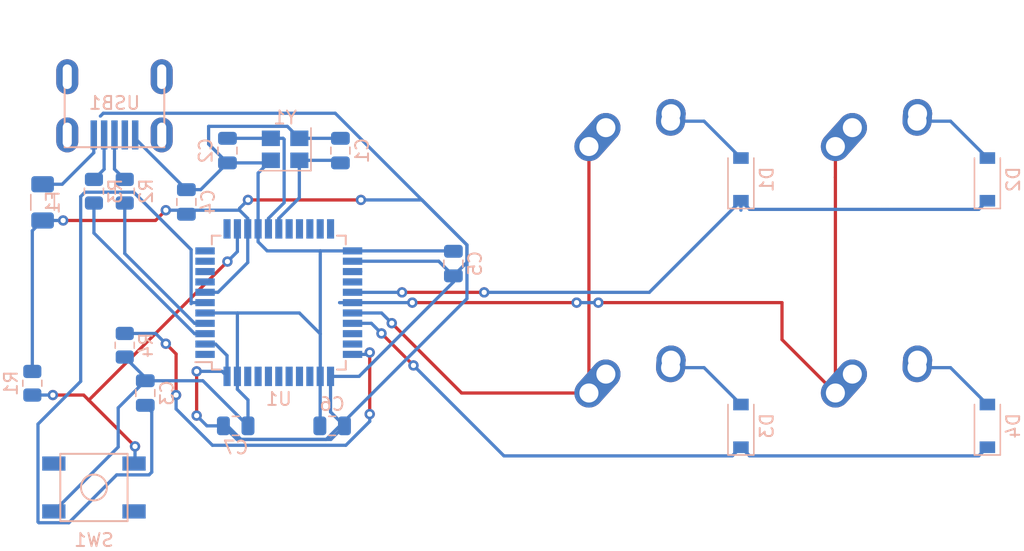
<source format=kicad_pcb>
(kicad_pcb (version 20171130) (host pcbnew "(5.1.9)-1")

  (general
    (thickness 1.6)
    (drawings 7)
    (tracks 219)
    (zones 0)
    (modules 24)
    (nets 47)
  )

  (page A4)
  (layers
    (0 F.Cu signal)
    (31 B.Cu signal)
    (32 B.Adhes user)
    (33 F.Adhes user)
    (34 B.Paste user)
    (35 F.Paste user)
    (36 B.SilkS user)
    (37 F.SilkS user)
    (38 B.Mask user)
    (39 F.Mask user)
    (40 Dwgs.User user)
    (41 Cmts.User user)
    (42 Eco1.User user)
    (43 Eco2.User user)
    (44 Edge.Cuts user)
    (45 Margin user)
    (46 B.CrtYd user)
    (47 F.CrtYd user)
    (48 B.Fab user)
    (49 F.Fab user)
  )

  (setup
    (last_trace_width 0.25)
    (trace_clearance 0.2)
    (zone_clearance 0.508)
    (zone_45_only no)
    (trace_min 0.2)
    (via_size 0.8)
    (via_drill 0.4)
    (via_min_size 0.4)
    (via_min_drill 0.3)
    (uvia_size 0.3)
    (uvia_drill 0.1)
    (uvias_allowed no)
    (uvia_min_size 0.2)
    (uvia_min_drill 0.1)
    (edge_width 0.05)
    (segment_width 0.2)
    (pcb_text_width 0.3)
    (pcb_text_size 1.5 1.5)
    (mod_edge_width 0.12)
    (mod_text_size 1 1)
    (mod_text_width 0.15)
    (pad_size 1.524 1.524)
    (pad_drill 0.762)
    (pad_to_mask_clearance 0)
    (aux_axis_origin 0 0)
    (visible_elements FFFFFF7F)
    (pcbplotparams
      (layerselection 0x010fc_ffffffff)
      (usegerberextensions false)
      (usegerberattributes true)
      (usegerberadvancedattributes true)
      (creategerberjobfile true)
      (excludeedgelayer true)
      (linewidth 0.100000)
      (plotframeref false)
      (viasonmask false)
      (mode 1)
      (useauxorigin false)
      (hpglpennumber 1)
      (hpglpenspeed 20)
      (hpglpendiameter 15.000000)
      (psnegative false)
      (psa4output false)
      (plotreference true)
      (plotvalue true)
      (plotinvisibletext false)
      (padsonsilk false)
      (subtractmaskfromsilk false)
      (outputformat 1)
      (mirror false)
      (drillshape 1)
      (scaleselection 1)
      (outputdirectory ""))
  )

  (net 0 "")
  (net 1 GND)
  (net 2 "Net-(C1-Pad1)")
  (net 3 "Net-(C2-Pad1)")
  (net 4 "Net-(C3-Pad1)")
  (net 5 +5V)
  (net 6 "Net-(D1-Pad2)")
  (net 7 ROW0)
  (net 8 "Net-(D2-Pad2)")
  (net 9 "Net-(D3-Pad2)")
  (net 10 ROW1)
  (net 11 "Net-(D4-Pad2)")
  (net 12 VCC)
  (net 13 COL0)
  (net 14 COL1)
  (net 15 "Net-(R1-Pad2)")
  (net 16 D+)
  (net 17 "Net-(R2-Pad1)")
  (net 18 D-)
  (net 19 "Net-(R3-Pad1)")
  (net 20 "Net-(R4-Pad2)")
  (net 21 "Net-(U1-Pad42)")
  (net 22 "Net-(U1-Pad41)")
  (net 23 "Net-(U1-Pad40)")
  (net 24 "Net-(U1-Pad39)")
  (net 25 "Net-(U1-Pad38)")
  (net 26 "Net-(U1-Pad37)")
  (net 27 "Net-(U1-Pad36)")
  (net 28 "Net-(U1-Pad32)")
  (net 29 "Net-(U1-Pad31)")
  (net 30 "Net-(U1-Pad26)")
  (net 31 "Net-(U1-Pad25)")
  (net 32 "Net-(U1-Pad22)")
  (net 33 "Net-(U1-Pad21)")
  (net 34 "Net-(U1-Pad20)")
  (net 35 "Net-(U1-Pad19)")
  (net 36 "Net-(U1-Pad18)")
  (net 37 "Net-(U1-Pad12)")
  (net 38 "Net-(U1-Pad11)")
  (net 39 "Net-(U1-Pad10)")
  (net 40 "Net-(U1-Pad9)")
  (net 41 "Net-(U1-Pad8)")
  (net 42 "Net-(U1-Pad1)")
  (net 43 "Net-(USB1-Pad6)")
  (net 44 "Net-(USB1-Pad2)")
  (net 45 "Net-(R4-Pad1)")
  (net 46 "Net-(U1-Pad33)")

  (net_class Default "This is the default net class."
    (clearance 0.2)
    (trace_width 0.25)
    (via_dia 0.8)
    (via_drill 0.4)
    (uvia_dia 0.3)
    (uvia_drill 0.1)
    (add_net COL0)
    (add_net COL1)
    (add_net D+)
    (add_net D-)
    (add_net "Net-(C1-Pad1)")
    (add_net "Net-(C2-Pad1)")
    (add_net "Net-(C3-Pad1)")
    (add_net "Net-(D1-Pad2)")
    (add_net "Net-(D2-Pad2)")
    (add_net "Net-(D3-Pad2)")
    (add_net "Net-(D4-Pad2)")
    (add_net "Net-(R1-Pad2)")
    (add_net "Net-(R2-Pad1)")
    (add_net "Net-(R3-Pad1)")
    (add_net "Net-(R4-Pad1)")
    (add_net "Net-(R4-Pad2)")
    (add_net "Net-(U1-Pad1)")
    (add_net "Net-(U1-Pad10)")
    (add_net "Net-(U1-Pad11)")
    (add_net "Net-(U1-Pad12)")
    (add_net "Net-(U1-Pad18)")
    (add_net "Net-(U1-Pad19)")
    (add_net "Net-(U1-Pad20)")
    (add_net "Net-(U1-Pad21)")
    (add_net "Net-(U1-Pad22)")
    (add_net "Net-(U1-Pad25)")
    (add_net "Net-(U1-Pad26)")
    (add_net "Net-(U1-Pad31)")
    (add_net "Net-(U1-Pad32)")
    (add_net "Net-(U1-Pad33)")
    (add_net "Net-(U1-Pad36)")
    (add_net "Net-(U1-Pad37)")
    (add_net "Net-(U1-Pad38)")
    (add_net "Net-(U1-Pad39)")
    (add_net "Net-(U1-Pad40)")
    (add_net "Net-(U1-Pad41)")
    (add_net "Net-(U1-Pad42)")
    (add_net "Net-(U1-Pad8)")
    (add_net "Net-(U1-Pad9)")
    (add_net "Net-(USB1-Pad2)")
    (add_net "Net-(USB1-Pad6)")
    (add_net ROW0)
    (add_net ROW1)
    (add_net VCC)
  )

  (net_class Power ""
    (clearance 0.2)
    (trace_width 0.25)
    (via_dia 0.8)
    (via_drill 0.4)
    (uvia_dia 0.3)
    (uvia_drill 0.1)
    (add_net +5V)
    (add_net GND)
  )

  (module MX_Alps_Hybrid:MX-1U-NoLED (layer F.Cu) (tedit 5A9F5203) (tstamp 608545A8)
    (at -427.0375 -331.7875)
    (path /6089B81A)
    (fp_text reference MX1 (at 0 3.175) (layer Dwgs.User)
      (effects (font (size 1 1) (thickness 0.15)))
    )
    (fp_text value MX-NoLED (at 0 -7.9375) (layer Dwgs.User)
      (effects (font (size 1 1) (thickness 0.15)))
    )
    (fp_line (start 5 -7) (end 7 -7) (layer Dwgs.User) (width 0.15))
    (fp_line (start 7 -7) (end 7 -5) (layer Dwgs.User) (width 0.15))
    (fp_line (start 5 7) (end 7 7) (layer Dwgs.User) (width 0.15))
    (fp_line (start 7 7) (end 7 5) (layer Dwgs.User) (width 0.15))
    (fp_line (start -7 5) (end -7 7) (layer Dwgs.User) (width 0.15))
    (fp_line (start -7 7) (end -5 7) (layer Dwgs.User) (width 0.15))
    (fp_line (start -5 -7) (end -7 -7) (layer Dwgs.User) (width 0.15))
    (fp_line (start -7 -7) (end -7 -5) (layer Dwgs.User) (width 0.15))
    (fp_line (start -9.525 -9.525) (end 9.525 -9.525) (layer Dwgs.User) (width 0.15))
    (fp_line (start 9.525 -9.525) (end 9.525 9.525) (layer Dwgs.User) (width 0.15))
    (fp_line (start 9.525 9.525) (end -9.525 9.525) (layer Dwgs.User) (width 0.15))
    (fp_line (start -9.525 9.525) (end -9.525 -9.525) (layer Dwgs.User) (width 0.15))
    (pad "" np_thru_hole circle (at 5.08 0 48.0996) (size 1.75 1.75) (drill 1.75) (layers *.Cu *.Mask))
    (pad "" np_thru_hole circle (at -5.08 0 48.0996) (size 1.75 1.75) (drill 1.75) (layers *.Cu *.Mask))
    (pad 1 thru_hole circle (at -2.5 -4) (size 2.25 2.25) (drill 1.47) (layers *.Cu B.Mask)
      (net 13 COL0))
    (pad "" np_thru_hole circle (at 0 0) (size 3.9878 3.9878) (drill 3.9878) (layers *.Cu *.Mask))
    (pad 1 thru_hole oval (at -3.81 -2.54 48.0996) (size 4.211556 2.25) (drill 1.47 (offset 0.980778 0)) (layers *.Cu B.Mask)
      (net 13 COL0))
    (pad 2 thru_hole circle (at 2.54 -5.08) (size 2.25 2.25) (drill 1.47) (layers *.Cu B.Mask)
      (net 6 "Net-(D1-Pad2)"))
    (pad 2 thru_hole oval (at 2.5 -4.5 86.0548) (size 2.831378 2.25) (drill 1.47 (offset 0.290689 0)) (layers *.Cu B.Mask)
      (net 6 "Net-(D1-Pad2)"))
  )

  (module MX_Alps_Hybrid:MX-1U-NoLED (layer F.Cu) (tedit 5A9F5203) (tstamp 608545D6)
    (at -427.0375 -312.7375)
    (path /608ADBEE)
    (fp_text reference MX3 (at 0 3.175) (layer Dwgs.User)
      (effects (font (size 1 1) (thickness 0.15)))
    )
    (fp_text value MX-NoLED (at 0 -7.9375) (layer Dwgs.User)
      (effects (font (size 1 1) (thickness 0.15)))
    )
    (fp_line (start 5 -7) (end 7 -7) (layer Dwgs.User) (width 0.15))
    (fp_line (start 7 -7) (end 7 -5) (layer Dwgs.User) (width 0.15))
    (fp_line (start 5 7) (end 7 7) (layer Dwgs.User) (width 0.15))
    (fp_line (start 7 7) (end 7 5) (layer Dwgs.User) (width 0.15))
    (fp_line (start -7 5) (end -7 7) (layer Dwgs.User) (width 0.15))
    (fp_line (start -7 7) (end -5 7) (layer Dwgs.User) (width 0.15))
    (fp_line (start -5 -7) (end -7 -7) (layer Dwgs.User) (width 0.15))
    (fp_line (start -7 -7) (end -7 -5) (layer Dwgs.User) (width 0.15))
    (fp_line (start -9.525 -9.525) (end 9.525 -9.525) (layer Dwgs.User) (width 0.15))
    (fp_line (start 9.525 -9.525) (end 9.525 9.525) (layer Dwgs.User) (width 0.15))
    (fp_line (start 9.525 9.525) (end -9.525 9.525) (layer Dwgs.User) (width 0.15))
    (fp_line (start -9.525 9.525) (end -9.525 -9.525) (layer Dwgs.User) (width 0.15))
    (pad "" np_thru_hole circle (at 5.08 0 48.0996) (size 1.75 1.75) (drill 1.75) (layers *.Cu *.Mask))
    (pad "" np_thru_hole circle (at -5.08 0 48.0996) (size 1.75 1.75) (drill 1.75) (layers *.Cu *.Mask))
    (pad 1 thru_hole circle (at -2.5 -4) (size 2.25 2.25) (drill 1.47) (layers *.Cu B.Mask)
      (net 13 COL0))
    (pad "" np_thru_hole circle (at 0 0) (size 3.9878 3.9878) (drill 3.9878) (layers *.Cu *.Mask))
    (pad 1 thru_hole oval (at -3.81 -2.54 48.0996) (size 4.211556 2.25) (drill 1.47 (offset 0.980778 0)) (layers *.Cu B.Mask)
      (net 13 COL0))
    (pad 2 thru_hole circle (at 2.54 -5.08) (size 2.25 2.25) (drill 1.47) (layers *.Cu B.Mask)
      (net 9 "Net-(D3-Pad2)"))
    (pad 2 thru_hole oval (at 2.5 -4.5 86.0548) (size 2.831378 2.25) (drill 1.47 (offset 0.290689 0)) (layers *.Cu B.Mask)
      (net 9 "Net-(D3-Pad2)"))
  )

  (module Package_QFP:TQFP-44_10x10mm_P0.8mm (layer B.Cu) (tedit 5A02F146) (tstamp 60854692)
    (at -454.81875 -322.2625)
    (descr "44-Lead Plastic Thin Quad Flatpack (PT) - 10x10x1.0 mm Body [TQFP] (see Microchip Packaging Specification 00000049BS.pdf)")
    (tags "QFP 0.8")
    (path /6084E260)
    (attr smd)
    (fp_text reference U1 (at 0 7.45) (layer B.SilkS)
      (effects (font (size 1 1) (thickness 0.15)) (justify mirror))
    )
    (fp_text value ATmega32U4-AU (at 0 -7.45) (layer B.Fab)
      (effects (font (size 1 1) (thickness 0.15)) (justify mirror))
    )
    (fp_text user %R (at 0 0) (layer B.Fab)
      (effects (font (size 1 1) (thickness 0.15)) (justify mirror))
    )
    (fp_line (start -4 5) (end 5 5) (layer B.Fab) (width 0.15))
    (fp_line (start 5 5) (end 5 -5) (layer B.Fab) (width 0.15))
    (fp_line (start 5 -5) (end -5 -5) (layer B.Fab) (width 0.15))
    (fp_line (start -5 -5) (end -5 4) (layer B.Fab) (width 0.15))
    (fp_line (start -5 4) (end -4 5) (layer B.Fab) (width 0.15))
    (fp_line (start -6.7 6.7) (end -6.7 -6.7) (layer B.CrtYd) (width 0.05))
    (fp_line (start 6.7 6.7) (end 6.7 -6.7) (layer B.CrtYd) (width 0.05))
    (fp_line (start -6.7 6.7) (end 6.7 6.7) (layer B.CrtYd) (width 0.05))
    (fp_line (start -6.7 -6.7) (end 6.7 -6.7) (layer B.CrtYd) (width 0.05))
    (fp_line (start -5.175 5.175) (end -5.175 4.6) (layer B.SilkS) (width 0.15))
    (fp_line (start 5.175 5.175) (end 5.175 4.5) (layer B.SilkS) (width 0.15))
    (fp_line (start 5.175 -5.175) (end 5.175 -4.5) (layer B.SilkS) (width 0.15))
    (fp_line (start -5.175 -5.175) (end -5.175 -4.5) (layer B.SilkS) (width 0.15))
    (fp_line (start -5.175 5.175) (end -4.5 5.175) (layer B.SilkS) (width 0.15))
    (fp_line (start -5.175 -5.175) (end -4.5 -5.175) (layer B.SilkS) (width 0.15))
    (fp_line (start 5.175 -5.175) (end 4.5 -5.175) (layer B.SilkS) (width 0.15))
    (fp_line (start 5.175 5.175) (end 4.5 5.175) (layer B.SilkS) (width 0.15))
    (fp_line (start -5.175 4.6) (end -6.45 4.6) (layer B.SilkS) (width 0.15))
    (pad 44 smd rect (at -4 5.7 270) (size 1.5 0.55) (layers B.Cu B.Paste B.Mask)
      (net 5 +5V))
    (pad 43 smd rect (at -3.2 5.7 270) (size 1.5 0.55) (layers B.Cu B.Paste B.Mask)
      (net 1 GND))
    (pad 42 smd rect (at -2.4 5.7 270) (size 1.5 0.55) (layers B.Cu B.Paste B.Mask)
      (net 21 "Net-(U1-Pad42)"))
    (pad 41 smd rect (at -1.6 5.7 270) (size 1.5 0.55) (layers B.Cu B.Paste B.Mask)
      (net 22 "Net-(U1-Pad41)"))
    (pad 40 smd rect (at -0.8 5.7 270) (size 1.5 0.55) (layers B.Cu B.Paste B.Mask)
      (net 23 "Net-(U1-Pad40)"))
    (pad 39 smd rect (at 0 5.7 270) (size 1.5 0.55) (layers B.Cu B.Paste B.Mask)
      (net 24 "Net-(U1-Pad39)"))
    (pad 38 smd rect (at 0.8 5.7 270) (size 1.5 0.55) (layers B.Cu B.Paste B.Mask)
      (net 25 "Net-(U1-Pad38)"))
    (pad 37 smd rect (at 1.6 5.7 270) (size 1.5 0.55) (layers B.Cu B.Paste B.Mask)
      (net 26 "Net-(U1-Pad37)"))
    (pad 36 smd rect (at 2.4 5.7 270) (size 1.5 0.55) (layers B.Cu B.Paste B.Mask)
      (net 27 "Net-(U1-Pad36)"))
    (pad 35 smd rect (at 3.2 5.7 270) (size 1.5 0.55) (layers B.Cu B.Paste B.Mask)
      (net 1 GND))
    (pad 34 smd rect (at 4 5.7 270) (size 1.5 0.55) (layers B.Cu B.Paste B.Mask)
      (net 5 +5V))
    (pad 33 smd rect (at 5.7 4) (size 1.5 0.55) (layers B.Cu B.Paste B.Mask)
      (net 46 "Net-(U1-Pad33)"))
    (pad 32 smd rect (at 5.7 3.2) (size 1.5 0.55) (layers B.Cu B.Paste B.Mask)
      (net 28 "Net-(U1-Pad32)"))
    (pad 31 smd rect (at 5.7 2.4) (size 1.5 0.55) (layers B.Cu B.Paste B.Mask)
      (net 29 "Net-(U1-Pad31)"))
    (pad 30 smd rect (at 5.7 1.6) (size 1.5 0.55) (layers B.Cu B.Paste B.Mask)
      (net 10 ROW1))
    (pad 29 smd rect (at 5.7 0.8) (size 1.5 0.55) (layers B.Cu B.Paste B.Mask)
      (net 13 COL0))
    (pad 28 smd rect (at 5.7 0) (size 1.5 0.55) (layers B.Cu B.Paste B.Mask)
      (net 14 COL1))
    (pad 27 smd rect (at 5.7 -0.8) (size 1.5 0.55) (layers B.Cu B.Paste B.Mask)
      (net 7 ROW0))
    (pad 26 smd rect (at 5.7 -1.6) (size 1.5 0.55) (layers B.Cu B.Paste B.Mask)
      (net 30 "Net-(U1-Pad26)"))
    (pad 25 smd rect (at 5.7 -2.4) (size 1.5 0.55) (layers B.Cu B.Paste B.Mask)
      (net 31 "Net-(U1-Pad25)"))
    (pad 24 smd rect (at 5.7 -3.2) (size 1.5 0.55) (layers B.Cu B.Paste B.Mask)
      (net 5 +5V))
    (pad 23 smd rect (at 5.7 -4) (size 1.5 0.55) (layers B.Cu B.Paste B.Mask)
      (net 1 GND))
    (pad 22 smd rect (at 4 -5.7 270) (size 1.5 0.55) (layers B.Cu B.Paste B.Mask)
      (net 32 "Net-(U1-Pad22)"))
    (pad 21 smd rect (at 3.2 -5.7 270) (size 1.5 0.55) (layers B.Cu B.Paste B.Mask)
      (net 33 "Net-(U1-Pad21)"))
    (pad 20 smd rect (at 2.4 -5.7 270) (size 1.5 0.55) (layers B.Cu B.Paste B.Mask)
      (net 34 "Net-(U1-Pad20)"))
    (pad 19 smd rect (at 1.6 -5.7 270) (size 1.5 0.55) (layers B.Cu B.Paste B.Mask)
      (net 35 "Net-(U1-Pad19)"))
    (pad 18 smd rect (at 0.8 -5.7 270) (size 1.5 0.55) (layers B.Cu B.Paste B.Mask)
      (net 36 "Net-(U1-Pad18)"))
    (pad 17 smd rect (at 0 -5.7 270) (size 1.5 0.55) (layers B.Cu B.Paste B.Mask)
      (net 2 "Net-(C1-Pad1)"))
    (pad 16 smd rect (at -0.8 -5.7 270) (size 1.5 0.55) (layers B.Cu B.Paste B.Mask)
      (net 3 "Net-(C2-Pad1)"))
    (pad 15 smd rect (at -1.6 -5.7 270) (size 1.5 0.55) (layers B.Cu B.Paste B.Mask)
      (net 1 GND))
    (pad 14 smd rect (at -2.4 -5.7 270) (size 1.5 0.55) (layers B.Cu B.Paste B.Mask)
      (net 5 +5V))
    (pad 13 smd rect (at -3.2 -5.7 270) (size 1.5 0.55) (layers B.Cu B.Paste B.Mask)
      (net 15 "Net-(R1-Pad2)"))
    (pad 12 smd rect (at -4 -5.7 270) (size 1.5 0.55) (layers B.Cu B.Paste B.Mask)
      (net 37 "Net-(U1-Pad12)"))
    (pad 11 smd rect (at -5.7 -4) (size 1.5 0.55) (layers B.Cu B.Paste B.Mask)
      (net 38 "Net-(U1-Pad11)"))
    (pad 10 smd rect (at -5.7 -3.2) (size 1.5 0.55) (layers B.Cu B.Paste B.Mask)
      (net 39 "Net-(U1-Pad10)"))
    (pad 9 smd rect (at -5.7 -2.4) (size 1.5 0.55) (layers B.Cu B.Paste B.Mask)
      (net 40 "Net-(U1-Pad9)"))
    (pad 8 smd rect (at -5.7 -1.6) (size 1.5 0.55) (layers B.Cu B.Paste B.Mask)
      (net 41 "Net-(U1-Pad8)"))
    (pad 7 smd rect (at -5.7 -0.8) (size 1.5 0.55) (layers B.Cu B.Paste B.Mask)
      (net 5 +5V))
    (pad 6 smd rect (at -5.7 0) (size 1.5 0.55) (layers B.Cu B.Paste B.Mask)
      (net 4 "Net-(C3-Pad1)"))
    (pad 5 smd rect (at -5.7 0.8) (size 1.5 0.55) (layers B.Cu B.Paste B.Mask)
      (net 1 GND))
    (pad 4 smd rect (at -5.7 1.6) (size 1.5 0.55) (layers B.Cu B.Paste B.Mask)
      (net 17 "Net-(R2-Pad1)"))
    (pad 3 smd rect (at -5.7 2.4) (size 1.5 0.55) (layers B.Cu B.Paste B.Mask)
      (net 19 "Net-(R3-Pad1)"))
    (pad 2 smd rect (at -5.7 3.2) (size 1.5 0.55) (layers B.Cu B.Paste B.Mask)
      (net 5 +5V))
    (pad 1 smd rect (at -5.7 4) (size 1.5 0.55) (layers B.Cu B.Paste B.Mask)
      (net 42 "Net-(U1-Pad1)"))
    (model ${KISYS3DMOD}/Package_QFP.3dshapes/TQFP-44_10x10mm_P0.8mm.wrl
      (at (xyz 0 0 0))
      (scale (xyz 1 1 1))
      (rotate (xyz 0 0 0))
    )
  )

  (module Fuse:Fuse_1206_3216Metric (layer B.Cu) (tedit 5F68FEF1) (tstamp 60854591)
    (at -473.075 -330.0125 90)
    (descr "Fuse SMD 1206 (3216 Metric), square (rectangular) end terminal, IPC_7351 nominal, (Body size source: http://www.tortai-tech.com/upload/download/2011102023233369053.pdf), generated with kicad-footprint-generator")
    (tags fuse)
    (path /6088576D)
    (attr smd)
    (fp_text reference F1 (at 0 0.79375 90) (layer B.SilkS)
      (effects (font (size 1 1) (thickness 0.15)) (justify mirror))
    )
    (fp_text value Polyfuse (at 0 -1.82 90) (layer B.Fab)
      (effects (font (size 1 1) (thickness 0.15)) (justify mirror))
    )
    (fp_text user %R (at 0 0 90) (layer B.Fab)
      (effects (font (size 0.8 0.8) (thickness 0.12)) (justify mirror))
    )
    (fp_line (start -1.6 -0.8) (end -1.6 0.8) (layer B.Fab) (width 0.1))
    (fp_line (start -1.6 0.8) (end 1.6 0.8) (layer B.Fab) (width 0.1))
    (fp_line (start 1.6 0.8) (end 1.6 -0.8) (layer B.Fab) (width 0.1))
    (fp_line (start 1.6 -0.8) (end -1.6 -0.8) (layer B.Fab) (width 0.1))
    (fp_line (start -0.602064 0.91) (end 0.602064 0.91) (layer B.SilkS) (width 0.12))
    (fp_line (start -0.602064 -0.91) (end 0.602064 -0.91) (layer B.SilkS) (width 0.12))
    (fp_line (start -2.28 -1.12) (end -2.28 1.12) (layer B.CrtYd) (width 0.05))
    (fp_line (start -2.28 1.12) (end 2.28 1.12) (layer B.CrtYd) (width 0.05))
    (fp_line (start 2.28 1.12) (end 2.28 -1.12) (layer B.CrtYd) (width 0.05))
    (fp_line (start 2.28 -1.12) (end -2.28 -1.12) (layer B.CrtYd) (width 0.05))
    (pad 2 smd roundrect (at 1.4 0 90) (size 1.25 1.75) (layers B.Cu B.Paste B.Mask) (roundrect_rratio 0.2)
      (net 12 VCC))
    (pad 1 smd roundrect (at -1.4 0 90) (size 1.25 1.75) (layers B.Cu B.Paste B.Mask) (roundrect_rratio 0.2)
      (net 5 +5V))
    (model ${KISYS3DMOD}/Fuse.3dshapes/Fuse_1206_3216Metric.wrl
      (at (xyz 0 0 0))
      (scale (xyz 1 1 1))
      (rotate (xyz 0 0 0))
    )
  )

  (module Capacitor_SMD:C_0805_2012Metric (layer B.Cu) (tedit 5F68FEEE) (tstamp 6085450B)
    (at -450.69375 -312.7375 180)
    (descr "Capacitor SMD 0805 (2012 Metric), square (rectangular) end terminal, IPC_7351 nominal, (Body size source: IPC-SM-782 page 76, https://www.pcb-3d.com/wordpress/wp-content/uploads/ipc-sm-782a_amendment_1_and_2.pdf, https://docs.google.com/spreadsheets/d/1BsfQQcO9C6DZCsRaXUlFlo91Tg2WpOkGARC1WS5S8t0/edit?usp=sharing), generated with kicad-footprint-generator")
    (tags capacitor)
    (path /608618B6)
    (attr smd)
    (fp_text reference C6 (at 0 1.68) (layer B.SilkS)
      (effects (font (size 1 1) (thickness 0.15)) (justify mirror))
    )
    (fp_text value 0.1uF (at 0 -1.68) (layer B.Fab)
      (effects (font (size 1 1) (thickness 0.15)) (justify mirror))
    )
    (fp_text user %R (at 0 0) (layer B.Fab)
      (effects (font (size 0.5 0.5) (thickness 0.08)) (justify mirror))
    )
    (fp_line (start -1 -0.625) (end -1 0.625) (layer B.Fab) (width 0.1))
    (fp_line (start -1 0.625) (end 1 0.625) (layer B.Fab) (width 0.1))
    (fp_line (start 1 0.625) (end 1 -0.625) (layer B.Fab) (width 0.1))
    (fp_line (start 1 -0.625) (end -1 -0.625) (layer B.Fab) (width 0.1))
    (fp_line (start -0.261252 0.735) (end 0.261252 0.735) (layer B.SilkS) (width 0.12))
    (fp_line (start -0.261252 -0.735) (end 0.261252 -0.735) (layer B.SilkS) (width 0.12))
    (fp_line (start -1.7 -0.98) (end -1.7 0.98) (layer B.CrtYd) (width 0.05))
    (fp_line (start -1.7 0.98) (end 1.7 0.98) (layer B.CrtYd) (width 0.05))
    (fp_line (start 1.7 0.98) (end 1.7 -0.98) (layer B.CrtYd) (width 0.05))
    (fp_line (start 1.7 -0.98) (end -1.7 -0.98) (layer B.CrtYd) (width 0.05))
    (pad 2 smd roundrect (at 0.95 0 180) (size 1 1.45) (layers B.Cu B.Paste B.Mask) (roundrect_rratio 0.25)
      (net 1 GND))
    (pad 1 smd roundrect (at -0.95 0 180) (size 1 1.45) (layers B.Cu B.Paste B.Mask) (roundrect_rratio 0.25)
      (net 5 +5V))
    (model ${KISYS3DMOD}/Capacitor_SMD.3dshapes/C_0805_2012Metric.wrl
      (at (xyz 0 0 0))
      (scale (xyz 1 1 1))
      (rotate (xyz 0 0 0))
    )
  )

  (module Crystal:Crystal_SMD_3225-4Pin_3.2x2.5mm (layer B.Cu) (tedit 5A0FD1B2) (tstamp 608546C6)
    (at -454.33125 -334.1125 180)
    (descr "SMD Crystal SERIES SMD3225/4 http://www.txccrystal.com/images/pdf/7m-accuracy.pdf, 3.2x2.5mm^2 package")
    (tags "SMD SMT crystal")
    (path /60869ABD)
    (attr smd)
    (fp_text reference Y1 (at 0 2.45 180) (layer B.SilkS)
      (effects (font (size 1 1) (thickness 0.15)) (justify mirror))
    )
    (fp_text value 16Mhz (at 0 -2.45 180) (layer B.Fab)
      (effects (font (size 1 1) (thickness 0.15)) (justify mirror))
    )
    (fp_text user %R (at 0 0 180) (layer B.Fab)
      (effects (font (size 0.7 0.7) (thickness 0.105)) (justify mirror))
    )
    (fp_line (start -1.6 1.25) (end -1.6 -1.25) (layer B.Fab) (width 0.1))
    (fp_line (start -1.6 -1.25) (end 1.6 -1.25) (layer B.Fab) (width 0.1))
    (fp_line (start 1.6 -1.25) (end 1.6 1.25) (layer B.Fab) (width 0.1))
    (fp_line (start 1.6 1.25) (end -1.6 1.25) (layer B.Fab) (width 0.1))
    (fp_line (start -1.6 -0.25) (end -0.6 -1.25) (layer B.Fab) (width 0.1))
    (fp_line (start -2 1.65) (end -2 -1.65) (layer B.SilkS) (width 0.12))
    (fp_line (start -2 -1.65) (end 2 -1.65) (layer B.SilkS) (width 0.12))
    (fp_line (start -2.1 1.7) (end -2.1 -1.7) (layer B.CrtYd) (width 0.05))
    (fp_line (start -2.1 -1.7) (end 2.1 -1.7) (layer B.CrtYd) (width 0.05))
    (fp_line (start 2.1 -1.7) (end 2.1 1.7) (layer B.CrtYd) (width 0.05))
    (fp_line (start 2.1 1.7) (end -2.1 1.7) (layer B.CrtYd) (width 0.05))
    (pad 4 smd rect (at -1.1 0.85 180) (size 1.4 1.2) (layers B.Cu B.Paste B.Mask)
      (net 1 GND))
    (pad 3 smd rect (at 1.1 0.85 180) (size 1.4 1.2) (layers B.Cu B.Paste B.Mask)
      (net 3 "Net-(C2-Pad1)"))
    (pad 2 smd rect (at 1.1 -0.85 180) (size 1.4 1.2) (layers B.Cu B.Paste B.Mask)
      (net 1 GND))
    (pad 1 smd rect (at -1.1 -0.85 180) (size 1.4 1.2) (layers B.Cu B.Paste B.Mask)
      (net 2 "Net-(C1-Pad1)"))
    (model ${KISYS3DMOD}/Crystal.3dshapes/Crystal_SMD_3225-4Pin_3.2x2.5mm.wrl
      (at (xyz 0 0 0))
      (scale (xyz 1 1 1))
      (rotate (xyz 0 0 0))
    )
  )

  (module random-keyboard-parts:Molex-0548190589 (layer B.Cu) (tedit 5C494815) (tstamp 608546B2)
    (at -467.51875 -339.725 270)
    (path /60882B30)
    (attr smd)
    (fp_text reference USB1 (at 2.032 0 180) (layer B.SilkS)
      (effects (font (size 1 1) (thickness 0.15)) (justify mirror))
    )
    (fp_text value Molex-0548190589 (at -5.08 0 180) (layer Dwgs.User)
      (effects (font (size 1 1) (thickness 0.15)))
    )
    (fp_text user %R (at 2 0 180) (layer B.CrtYd)
      (effects (font (size 1 1) (thickness 0.15)) (justify mirror))
    )
    (fp_line (start -3.75 3.85) (end -3.75 -3.85) (layer Dwgs.User) (width 0.15))
    (fp_line (start -1.75 4.572) (end -1.75 -4.572) (layer Dwgs.User) (width 0.15))
    (fp_line (start -3.75 -3.85) (end 0 -3.85) (layer Dwgs.User) (width 0.15))
    (fp_line (start -3.75 3.85) (end 0 3.85) (layer Dwgs.User) (width 0.15))
    (fp_line (start 5.45 3.85) (end 5.45 -3.85) (layer B.SilkS) (width 0.15))
    (fp_line (start 0 -3.85) (end 5.45 -3.85) (layer B.SilkS) (width 0.15))
    (fp_line (start 0 3.85) (end 5.45 3.85) (layer B.SilkS) (width 0.15))
    (fp_line (start -3.75 3.75) (end 5.5 3.75) (layer B.CrtYd) (width 0.15))
    (fp_line (start 5.5 3.75) (end 5.5 -3.75) (layer B.CrtYd) (width 0.15))
    (fp_line (start 5.5 -3.75) (end -3.75 -3.75) (layer B.CrtYd) (width 0.15))
    (fp_line (start -3.75 -3.75) (end -3.75 3.75) (layer B.CrtYd) (width 0.15))
    (fp_line (start 5.5 2) (end 3.25 2) (layer B.CrtYd) (width 0.15))
    (fp_line (start 3.25 2) (end 3.25 -2) (layer B.CrtYd) (width 0.15))
    (fp_line (start 3.25 -2) (end 5.5 -2) (layer B.CrtYd) (width 0.15))
    (fp_line (start 5.5 -1.25) (end 3.25 -1.25) (layer B.CrtYd) (width 0.15))
    (fp_line (start 3.25 -0.5) (end 5.5 -0.5) (layer B.CrtYd) (width 0.15))
    (fp_line (start 5.5 0.5) (end 3.25 0.5) (layer B.CrtYd) (width 0.15))
    (fp_line (start 3.25 1.25) (end 5.5 1.25) (layer B.CrtYd) (width 0.15))
    (pad 6 thru_hole oval (at 0 3.65 270) (size 2.7 1.7) (drill oval 1.9 0.7) (layers *.Cu *.Mask)
      (net 43 "Net-(USB1-Pad6)"))
    (pad 6 thru_hole oval (at 0 -3.65 270) (size 2.7 1.7) (drill oval 1.9 0.7) (layers *.Cu *.Mask)
      (net 43 "Net-(USB1-Pad6)"))
    (pad 6 thru_hole oval (at 4.5 -3.65 270) (size 2.7 1.7) (drill oval 1.9 0.7) (layers *.Cu *.Mask)
      (net 43 "Net-(USB1-Pad6)"))
    (pad 6 thru_hole oval (at 4.5 3.65 270) (size 2.7 1.7) (drill oval 1.9 0.7) (layers *.Cu *.Mask)
      (net 43 "Net-(USB1-Pad6)"))
    (pad 5 smd rect (at 4.5 1.6 270) (size 2.25 0.5) (layers B.Cu B.Paste B.Mask)
      (net 12 VCC))
    (pad 4 smd rect (at 4.5 0.8 270) (size 2.25 0.5) (layers B.Cu B.Paste B.Mask)
      (net 18 D-))
    (pad 3 smd rect (at 4.5 0 270) (size 2.25 0.5) (layers B.Cu B.Paste B.Mask)
      (net 16 D+))
    (pad 2 smd rect (at 4.5 -0.8 270) (size 2.25 0.5) (layers B.Cu B.Paste B.Mask)
      (net 44 "Net-(USB1-Pad2)"))
    (pad 1 smd rect (at 4.5 -1.6 270) (size 2.25 0.5) (layers B.Cu B.Paste B.Mask)
      (net 1 GND))
  )

  (module random-keyboard-parts:SKQG-1155865 (layer B.Cu) (tedit 5E62B398) (tstamp 6085464F)
    (at -469.10625 -307.975 180)
    (path /6087A759)
    (attr smd)
    (fp_text reference SW1 (at 0 -4.064) (layer B.SilkS)
      (effects (font (size 1 1) (thickness 0.15)) (justify mirror))
    )
    (fp_text value SW_Push (at 0 4.064) (layer B.Fab)
      (effects (font (size 1 1) (thickness 0.15)) (justify mirror))
    )
    (fp_line (start -2.6 -1.1) (end -1.1 -2.6) (layer B.Fab) (width 0.15))
    (fp_line (start 2.6 -1.1) (end 1.1 -2.6) (layer B.Fab) (width 0.15))
    (fp_line (start 2.6 1.1) (end 1.1 2.6) (layer B.Fab) (width 0.15))
    (fp_line (start -2.6 1.1) (end -1.1 2.6) (layer B.Fab) (width 0.15))
    (fp_circle (center 0 0) (end 1 0) (layer B.Fab) (width 0.15))
    (fp_line (start -4.2 1.1) (end -4.2 2.6) (layer B.Fab) (width 0.15))
    (fp_line (start -2.6 1.1) (end -4.2 1.1) (layer B.Fab) (width 0.15))
    (fp_line (start -2.6 -1.1) (end -2.6 1.1) (layer B.Fab) (width 0.15))
    (fp_line (start -4.2 -1.1) (end -2.6 -1.1) (layer B.Fab) (width 0.15))
    (fp_line (start -4.2 -2.6) (end -4.2 -1.1) (layer B.Fab) (width 0.15))
    (fp_line (start 4.2 -2.6) (end -4.2 -2.6) (layer B.Fab) (width 0.15))
    (fp_line (start 4.2 -1.1) (end 4.2 -2.6) (layer B.Fab) (width 0.15))
    (fp_line (start 2.6 -1.1) (end 4.2 -1.1) (layer B.Fab) (width 0.15))
    (fp_line (start 2.6 1.1) (end 2.6 -1.1) (layer B.Fab) (width 0.15))
    (fp_line (start 4.2 1.1) (end 2.6 1.1) (layer B.Fab) (width 0.15))
    (fp_line (start 4.2 2.6) (end 4.2 1.2) (layer B.Fab) (width 0.15))
    (fp_line (start -4.2 2.6) (end 4.2 2.6) (layer B.Fab) (width 0.15))
    (fp_circle (center 0 0) (end 1 0) (layer B.SilkS) (width 0.15))
    (fp_line (start -2.6 -2.6) (end -2.6 2.6) (layer B.SilkS) (width 0.15))
    (fp_line (start 2.6 -2.6) (end -2.6 -2.6) (layer B.SilkS) (width 0.15))
    (fp_line (start 2.6 2.6) (end 2.6 -2.6) (layer B.SilkS) (width 0.15))
    (fp_line (start -2.6 2.6) (end 2.6 2.6) (layer B.SilkS) (width 0.15))
    (pad 4 smd rect (at -3.1 -1.85 180) (size 1.8 1.1) (layers B.Cu B.Paste B.Mask))
    (pad 3 smd rect (at 3.1 1.85 180) (size 1.8 1.1) (layers B.Cu B.Paste B.Mask))
    (pad 2 smd rect (at -3.1 1.85 180) (size 1.8 1.1) (layers B.Cu B.Paste B.Mask)
      (net 15 "Net-(R1-Pad2)"))
    (pad 1 smd rect (at 3.1 -1.85 180) (size 1.8 1.1) (layers B.Cu B.Paste B.Mask)
      (net 1 GND))
    (model ${KISYS3DMOD}/Button_Switch_SMD.3dshapes/SW_SPST_TL3342.step
      (at (xyz 0 0 0))
      (scale (xyz 1 1 1))
      (rotate (xyz 0 0 0))
    )
  )

  (module Resistor_SMD:R_0805_2012Metric (layer B.Cu) (tedit 5F68FEEE) (tstamp 60854631)
    (at -466.725 -318.96875 90)
    (descr "Resistor SMD 0805 (2012 Metric), square (rectangular) end terminal, IPC_7351 nominal, (Body size source: IPC-SM-782 page 72, https://www.pcb-3d.com/wordpress/wp-content/uploads/ipc-sm-782a_amendment_1_and_2.pdf), generated with kicad-footprint-generator")
    (tags resistor)
    (path /60855909)
    (attr smd)
    (fp_text reference R4 (at 0 1.65 90) (layer B.SilkS)
      (effects (font (size 1 1) (thickness 0.15)) (justify mirror))
    )
    (fp_text value 10k (at 0 -1.65 90) (layer B.Fab)
      (effects (font (size 1 1) (thickness 0.15)) (justify mirror))
    )
    (fp_text user %R (at 0 0 90) (layer B.Fab)
      (effects (font (size 0.5 0.5) (thickness 0.08)) (justify mirror))
    )
    (fp_line (start -1 -0.625) (end -1 0.625) (layer B.Fab) (width 0.1))
    (fp_line (start -1 0.625) (end 1 0.625) (layer B.Fab) (width 0.1))
    (fp_line (start 1 0.625) (end 1 -0.625) (layer B.Fab) (width 0.1))
    (fp_line (start 1 -0.625) (end -1 -0.625) (layer B.Fab) (width 0.1))
    (fp_line (start -0.227064 0.735) (end 0.227064 0.735) (layer B.SilkS) (width 0.12))
    (fp_line (start -0.227064 -0.735) (end 0.227064 -0.735) (layer B.SilkS) (width 0.12))
    (fp_line (start -1.68 -0.95) (end -1.68 0.95) (layer B.CrtYd) (width 0.05))
    (fp_line (start -1.68 0.95) (end 1.68 0.95) (layer B.CrtYd) (width 0.05))
    (fp_line (start 1.68 0.95) (end 1.68 -0.95) (layer B.CrtYd) (width 0.05))
    (fp_line (start 1.68 -0.95) (end -1.68 -0.95) (layer B.CrtYd) (width 0.05))
    (pad 2 smd roundrect (at 0.9125 0 90) (size 1.025 1.4) (layers B.Cu B.Paste B.Mask) (roundrect_rratio 0.243902)
      (net 20 "Net-(R4-Pad2)"))
    (pad 1 smd roundrect (at -0.9125 0 90) (size 1.025 1.4) (layers B.Cu B.Paste B.Mask) (roundrect_rratio 0.243902)
      (net 45 "Net-(R4-Pad1)"))
    (model ${KISYS3DMOD}/Resistor_SMD.3dshapes/R_0805_2012Metric.wrl
      (at (xyz 0 0 0))
      (scale (xyz 1 1 1))
      (rotate (xyz 0 0 0))
    )
  )

  (module Resistor_SMD:R_0805_2012Metric (layer B.Cu) (tedit 5F68FEEE) (tstamp 60854620)
    (at -469.10625 -330.875 90)
    (descr "Resistor SMD 0805 (2012 Metric), square (rectangular) end terminal, IPC_7351 nominal, (Body size source: IPC-SM-782 page 72, https://www.pcb-3d.com/wordpress/wp-content/uploads/ipc-sm-782a_amendment_1_and_2.pdf), generated with kicad-footprint-generator")
    (tags resistor)
    (path /60859AFC)
    (attr smd)
    (fp_text reference R3 (at 0 1.65 -90) (layer B.SilkS)
      (effects (font (size 1 1) (thickness 0.15)) (justify mirror))
    )
    (fp_text value 22 (at 0 -1.65 -90) (layer B.Fab)
      (effects (font (size 1 1) (thickness 0.15)) (justify mirror))
    )
    (fp_text user %R (at 0 0 -90) (layer B.Fab)
      (effects (font (size 0.5 0.5) (thickness 0.08)) (justify mirror))
    )
    (fp_line (start -1 -0.625) (end -1 0.625) (layer B.Fab) (width 0.1))
    (fp_line (start -1 0.625) (end 1 0.625) (layer B.Fab) (width 0.1))
    (fp_line (start 1 0.625) (end 1 -0.625) (layer B.Fab) (width 0.1))
    (fp_line (start 1 -0.625) (end -1 -0.625) (layer B.Fab) (width 0.1))
    (fp_line (start -0.227064 0.735) (end 0.227064 0.735) (layer B.SilkS) (width 0.12))
    (fp_line (start -0.227064 -0.735) (end 0.227064 -0.735) (layer B.SilkS) (width 0.12))
    (fp_line (start -1.68 -0.95) (end -1.68 0.95) (layer B.CrtYd) (width 0.05))
    (fp_line (start -1.68 0.95) (end 1.68 0.95) (layer B.CrtYd) (width 0.05))
    (fp_line (start 1.68 0.95) (end 1.68 -0.95) (layer B.CrtYd) (width 0.05))
    (fp_line (start 1.68 -0.95) (end -1.68 -0.95) (layer B.CrtYd) (width 0.05))
    (pad 2 smd roundrect (at 0.9125 0 90) (size 1.025 1.4) (layers B.Cu B.Paste B.Mask) (roundrect_rratio 0.243902)
      (net 18 D-))
    (pad 1 smd roundrect (at -0.9125 0 90) (size 1.025 1.4) (layers B.Cu B.Paste B.Mask) (roundrect_rratio 0.243902)
      (net 19 "Net-(R3-Pad1)"))
    (model ${KISYS3DMOD}/Resistor_SMD.3dshapes/R_0805_2012Metric.wrl
      (at (xyz 0 0 0))
      (scale (xyz 1 1 1))
      (rotate (xyz 0 0 0))
    )
  )

  (module Resistor_SMD:R_0805_2012Metric (layer B.Cu) (tedit 5F68FEEE) (tstamp 6085460F)
    (at -466.725 -330.875 90)
    (descr "Resistor SMD 0805 (2012 Metric), square (rectangular) end terminal, IPC_7351 nominal, (Body size source: IPC-SM-782 page 72, https://www.pcb-3d.com/wordpress/wp-content/uploads/ipc-sm-782a_amendment_1_and_2.pdf), generated with kicad-footprint-generator")
    (tags resistor)
    (path /608586D5)
    (attr smd)
    (fp_text reference R2 (at 0 1.65 270) (layer B.SilkS)
      (effects (font (size 1 1) (thickness 0.15)) (justify mirror))
    )
    (fp_text value 22 (at 0 -1.65 270) (layer B.Fab)
      (effects (font (size 1 1) (thickness 0.15)) (justify mirror))
    )
    (fp_text user %R (at 0 0 270) (layer B.Fab)
      (effects (font (size 0.5 0.5) (thickness 0.08)) (justify mirror))
    )
    (fp_line (start -1 -0.625) (end -1 0.625) (layer B.Fab) (width 0.1))
    (fp_line (start -1 0.625) (end 1 0.625) (layer B.Fab) (width 0.1))
    (fp_line (start 1 0.625) (end 1 -0.625) (layer B.Fab) (width 0.1))
    (fp_line (start 1 -0.625) (end -1 -0.625) (layer B.Fab) (width 0.1))
    (fp_line (start -0.227064 0.735) (end 0.227064 0.735) (layer B.SilkS) (width 0.12))
    (fp_line (start -0.227064 -0.735) (end 0.227064 -0.735) (layer B.SilkS) (width 0.12))
    (fp_line (start -1.68 -0.95) (end -1.68 0.95) (layer B.CrtYd) (width 0.05))
    (fp_line (start -1.68 0.95) (end 1.68 0.95) (layer B.CrtYd) (width 0.05))
    (fp_line (start 1.68 0.95) (end 1.68 -0.95) (layer B.CrtYd) (width 0.05))
    (fp_line (start 1.68 -0.95) (end -1.68 -0.95) (layer B.CrtYd) (width 0.05))
    (pad 2 smd roundrect (at 0.9125 0 90) (size 1.025 1.4) (layers B.Cu B.Paste B.Mask) (roundrect_rratio 0.243902)
      (net 16 D+))
    (pad 1 smd roundrect (at -0.9125 0 90) (size 1.025 1.4) (layers B.Cu B.Paste B.Mask) (roundrect_rratio 0.243902)
      (net 17 "Net-(R2-Pad1)"))
    (model ${KISYS3DMOD}/Resistor_SMD.3dshapes/R_0805_2012Metric.wrl
      (at (xyz 0 0 0))
      (scale (xyz 1 1 1))
      (rotate (xyz 0 0 0))
    )
  )

  (module Resistor_SMD:R_0805_2012Metric (layer B.Cu) (tedit 5F68FEEE) (tstamp 608545FE)
    (at -473.86875 -316.03125 270)
    (descr "Resistor SMD 0805 (2012 Metric), square (rectangular) end terminal, IPC_7351 nominal, (Body size source: IPC-SM-782 page 72, https://www.pcb-3d.com/wordpress/wp-content/uploads/ipc-sm-782a_amendment_1_and_2.pdf), generated with kicad-footprint-generator")
    (tags resistor)
    (path /6087F112)
    (attr smd)
    (fp_text reference R1 (at 0 1.65 90) (layer B.SilkS)
      (effects (font (size 1 1) (thickness 0.15)) (justify mirror))
    )
    (fp_text value 10k (at 0 -1.65 90) (layer B.Fab)
      (effects (font (size 1 1) (thickness 0.15)) (justify mirror))
    )
    (fp_text user %R (at 0 0 90) (layer B.Fab)
      (effects (font (size 0.5 0.5) (thickness 0.08)) (justify mirror))
    )
    (fp_line (start -1 -0.625) (end -1 0.625) (layer B.Fab) (width 0.1))
    (fp_line (start -1 0.625) (end 1 0.625) (layer B.Fab) (width 0.1))
    (fp_line (start 1 0.625) (end 1 -0.625) (layer B.Fab) (width 0.1))
    (fp_line (start 1 -0.625) (end -1 -0.625) (layer B.Fab) (width 0.1))
    (fp_line (start -0.227064 0.735) (end 0.227064 0.735) (layer B.SilkS) (width 0.12))
    (fp_line (start -0.227064 -0.735) (end 0.227064 -0.735) (layer B.SilkS) (width 0.12))
    (fp_line (start -1.68 -0.95) (end -1.68 0.95) (layer B.CrtYd) (width 0.05))
    (fp_line (start -1.68 0.95) (end 1.68 0.95) (layer B.CrtYd) (width 0.05))
    (fp_line (start 1.68 0.95) (end 1.68 -0.95) (layer B.CrtYd) (width 0.05))
    (fp_line (start 1.68 -0.95) (end -1.68 -0.95) (layer B.CrtYd) (width 0.05))
    (pad 2 smd roundrect (at 0.9125 0 270) (size 1.025 1.4) (layers B.Cu B.Paste B.Mask) (roundrect_rratio 0.243902)
      (net 15 "Net-(R1-Pad2)"))
    (pad 1 smd roundrect (at -0.9125 0 270) (size 1.025 1.4) (layers B.Cu B.Paste B.Mask) (roundrect_rratio 0.243902)
      (net 5 +5V))
    (model ${KISYS3DMOD}/Resistor_SMD.3dshapes/R_0805_2012Metric.wrl
      (at (xyz 0 0 0))
      (scale (xyz 1 1 1))
      (rotate (xyz 0 0 0))
    )
  )

  (module MX_Alps_Hybrid:MX-1U-NoLED (layer F.Cu) (tedit 5A9F5203) (tstamp 608545ED)
    (at -407.9875 -312.7375)
    (path /608B0F0C)
    (fp_text reference MX4 (at 0 3.175) (layer Dwgs.User)
      (effects (font (size 1 1) (thickness 0.15)))
    )
    (fp_text value MX-NoLED (at 0 -7.9375) (layer Dwgs.User)
      (effects (font (size 1 1) (thickness 0.15)))
    )
    (fp_line (start 5 -7) (end 7 -7) (layer Dwgs.User) (width 0.15))
    (fp_line (start 7 -7) (end 7 -5) (layer Dwgs.User) (width 0.15))
    (fp_line (start 5 7) (end 7 7) (layer Dwgs.User) (width 0.15))
    (fp_line (start 7 7) (end 7 5) (layer Dwgs.User) (width 0.15))
    (fp_line (start -7 5) (end -7 7) (layer Dwgs.User) (width 0.15))
    (fp_line (start -7 7) (end -5 7) (layer Dwgs.User) (width 0.15))
    (fp_line (start -5 -7) (end -7 -7) (layer Dwgs.User) (width 0.15))
    (fp_line (start -7 -7) (end -7 -5) (layer Dwgs.User) (width 0.15))
    (fp_line (start -9.525 -9.525) (end 9.525 -9.525) (layer Dwgs.User) (width 0.15))
    (fp_line (start 9.525 -9.525) (end 9.525 9.525) (layer Dwgs.User) (width 0.15))
    (fp_line (start 9.525 9.525) (end -9.525 9.525) (layer Dwgs.User) (width 0.15))
    (fp_line (start -9.525 9.525) (end -9.525 -9.525) (layer Dwgs.User) (width 0.15))
    (pad "" np_thru_hole circle (at 5.08 0 48.0996) (size 1.75 1.75) (drill 1.75) (layers *.Cu *.Mask))
    (pad "" np_thru_hole circle (at -5.08 0 48.0996) (size 1.75 1.75) (drill 1.75) (layers *.Cu *.Mask))
    (pad 1 thru_hole circle (at -2.5 -4) (size 2.25 2.25) (drill 1.47) (layers *.Cu B.Mask)
      (net 14 COL1))
    (pad "" np_thru_hole circle (at 0 0) (size 3.9878 3.9878) (drill 3.9878) (layers *.Cu *.Mask))
    (pad 1 thru_hole oval (at -3.81 -2.54 48.0996) (size 4.211556 2.25) (drill 1.47 (offset 0.980778 0)) (layers *.Cu B.Mask)
      (net 14 COL1))
    (pad 2 thru_hole circle (at 2.54 -5.08) (size 2.25 2.25) (drill 1.47) (layers *.Cu B.Mask)
      (net 11 "Net-(D4-Pad2)"))
    (pad 2 thru_hole oval (at 2.5 -4.5 86.0548) (size 2.831378 2.25) (drill 1.47 (offset 0.290689 0)) (layers *.Cu B.Mask)
      (net 11 "Net-(D4-Pad2)"))
  )

  (module MX_Alps_Hybrid:MX-1U-NoLED (layer F.Cu) (tedit 5A9F5203) (tstamp 608545BF)
    (at -407.9875 -331.7875)
    (path /608A6621)
    (fp_text reference MX2 (at 0 3.175) (layer Dwgs.User)
      (effects (font (size 1 1) (thickness 0.15)))
    )
    (fp_text value MX-NoLED (at 0 -7.9375) (layer Dwgs.User)
      (effects (font (size 1 1) (thickness 0.15)))
    )
    (fp_line (start 5 -7) (end 7 -7) (layer Dwgs.User) (width 0.15))
    (fp_line (start 7 -7) (end 7 -5) (layer Dwgs.User) (width 0.15))
    (fp_line (start 5 7) (end 7 7) (layer Dwgs.User) (width 0.15))
    (fp_line (start 7 7) (end 7 5) (layer Dwgs.User) (width 0.15))
    (fp_line (start -7 5) (end -7 7) (layer Dwgs.User) (width 0.15))
    (fp_line (start -7 7) (end -5 7) (layer Dwgs.User) (width 0.15))
    (fp_line (start -5 -7) (end -7 -7) (layer Dwgs.User) (width 0.15))
    (fp_line (start -7 -7) (end -7 -5) (layer Dwgs.User) (width 0.15))
    (fp_line (start -9.525 -9.525) (end 9.525 -9.525) (layer Dwgs.User) (width 0.15))
    (fp_line (start 9.525 -9.525) (end 9.525 9.525) (layer Dwgs.User) (width 0.15))
    (fp_line (start 9.525 9.525) (end -9.525 9.525) (layer Dwgs.User) (width 0.15))
    (fp_line (start -9.525 9.525) (end -9.525 -9.525) (layer Dwgs.User) (width 0.15))
    (pad "" np_thru_hole circle (at 5.08 0 48.0996) (size 1.75 1.75) (drill 1.75) (layers *.Cu *.Mask))
    (pad "" np_thru_hole circle (at -5.08 0 48.0996) (size 1.75 1.75) (drill 1.75) (layers *.Cu *.Mask))
    (pad 1 thru_hole circle (at -2.5 -4) (size 2.25 2.25) (drill 1.47) (layers *.Cu B.Mask)
      (net 14 COL1))
    (pad "" np_thru_hole circle (at 0 0) (size 3.9878 3.9878) (drill 3.9878) (layers *.Cu *.Mask))
    (pad 1 thru_hole oval (at -3.81 -2.54 48.0996) (size 4.211556 2.25) (drill 1.47 (offset 0.980778 0)) (layers *.Cu B.Mask)
      (net 14 COL1))
    (pad 2 thru_hole circle (at 2.54 -5.08) (size 2.25 2.25) (drill 1.47) (layers *.Cu B.Mask)
      (net 8 "Net-(D2-Pad2)"))
    (pad 2 thru_hole oval (at 2.5 -4.5 86.0548) (size 2.831378 2.25) (drill 1.47 (offset 0.290689 0)) (layers *.Cu B.Mask)
      (net 8 "Net-(D2-Pad2)"))
  )

  (module Diode_SMD:D_SOD-123 (layer B.Cu) (tedit 58645DC7) (tstamp 60854580)
    (at -400.05 -312.7375 90)
    (descr SOD-123)
    (tags SOD-123)
    (path /608B06D7)
    (attr smd)
    (fp_text reference D4 (at 0 2 270) (layer B.SilkS)
      (effects (font (size 1 1) (thickness 0.15)) (justify mirror))
    )
    (fp_text value D_Small (at 0 -2.1 270) (layer B.Fab)
      (effects (font (size 1 1) (thickness 0.15)) (justify mirror))
    )
    (fp_text user %R (at 0 2 270) (layer B.Fab)
      (effects (font (size 1 1) (thickness 0.15)) (justify mirror))
    )
    (fp_line (start -2.25 1) (end -2.25 -1) (layer B.SilkS) (width 0.12))
    (fp_line (start 0.25 0) (end 0.75 0) (layer B.Fab) (width 0.1))
    (fp_line (start 0.25 -0.4) (end -0.35 0) (layer B.Fab) (width 0.1))
    (fp_line (start 0.25 0.4) (end 0.25 -0.4) (layer B.Fab) (width 0.1))
    (fp_line (start -0.35 0) (end 0.25 0.4) (layer B.Fab) (width 0.1))
    (fp_line (start -0.35 0) (end -0.35 -0.55) (layer B.Fab) (width 0.1))
    (fp_line (start -0.35 0) (end -0.35 0.55) (layer B.Fab) (width 0.1))
    (fp_line (start -0.75 0) (end -0.35 0) (layer B.Fab) (width 0.1))
    (fp_line (start -1.4 -0.9) (end -1.4 0.9) (layer B.Fab) (width 0.1))
    (fp_line (start 1.4 -0.9) (end -1.4 -0.9) (layer B.Fab) (width 0.1))
    (fp_line (start 1.4 0.9) (end 1.4 -0.9) (layer B.Fab) (width 0.1))
    (fp_line (start -1.4 0.9) (end 1.4 0.9) (layer B.Fab) (width 0.1))
    (fp_line (start -2.35 1.15) (end 2.35 1.15) (layer B.CrtYd) (width 0.05))
    (fp_line (start 2.35 1.15) (end 2.35 -1.15) (layer B.CrtYd) (width 0.05))
    (fp_line (start 2.35 -1.15) (end -2.35 -1.15) (layer B.CrtYd) (width 0.05))
    (fp_line (start -2.35 1.15) (end -2.35 -1.15) (layer B.CrtYd) (width 0.05))
    (fp_line (start -2.25 -1) (end 1.65 -1) (layer B.SilkS) (width 0.12))
    (fp_line (start -2.25 1) (end 1.65 1) (layer B.SilkS) (width 0.12))
    (pad 2 smd rect (at 1.65 0 90) (size 0.9 1.2) (layers B.Cu B.Paste B.Mask)
      (net 11 "Net-(D4-Pad2)"))
    (pad 1 smd rect (at -1.65 0 90) (size 0.9 1.2) (layers B.Cu B.Paste B.Mask)
      (net 10 ROW1))
    (model ${KISYS3DMOD}/Diode_SMD.3dshapes/D_SOD-123.wrl
      (at (xyz 0 0 0))
      (scale (xyz 1 1 1))
      (rotate (xyz 0 0 0))
    )
  )

  (module Diode_SMD:D_SOD-123 (layer B.Cu) (tedit 58645DC7) (tstamp 60854567)
    (at -419.1 -312.7375 90)
    (descr SOD-123)
    (tags SOD-123)
    (path /608AE7CB)
    (attr smd)
    (fp_text reference D3 (at 0 2 270) (layer B.SilkS)
      (effects (font (size 1 1) (thickness 0.15)) (justify mirror))
    )
    (fp_text value D_Small (at 0 -2.1 270) (layer B.Fab)
      (effects (font (size 1 1) (thickness 0.15)) (justify mirror))
    )
    (fp_text user %R (at 0 2 270) (layer B.Fab)
      (effects (font (size 1 1) (thickness 0.15)) (justify mirror))
    )
    (fp_line (start -2.25 1) (end -2.25 -1) (layer B.SilkS) (width 0.12))
    (fp_line (start 0.25 0) (end 0.75 0) (layer B.Fab) (width 0.1))
    (fp_line (start 0.25 -0.4) (end -0.35 0) (layer B.Fab) (width 0.1))
    (fp_line (start 0.25 0.4) (end 0.25 -0.4) (layer B.Fab) (width 0.1))
    (fp_line (start -0.35 0) (end 0.25 0.4) (layer B.Fab) (width 0.1))
    (fp_line (start -0.35 0) (end -0.35 -0.55) (layer B.Fab) (width 0.1))
    (fp_line (start -0.35 0) (end -0.35 0.55) (layer B.Fab) (width 0.1))
    (fp_line (start -0.75 0) (end -0.35 0) (layer B.Fab) (width 0.1))
    (fp_line (start -1.4 -0.9) (end -1.4 0.9) (layer B.Fab) (width 0.1))
    (fp_line (start 1.4 -0.9) (end -1.4 -0.9) (layer B.Fab) (width 0.1))
    (fp_line (start 1.4 0.9) (end 1.4 -0.9) (layer B.Fab) (width 0.1))
    (fp_line (start -1.4 0.9) (end 1.4 0.9) (layer B.Fab) (width 0.1))
    (fp_line (start -2.35 1.15) (end 2.35 1.15) (layer B.CrtYd) (width 0.05))
    (fp_line (start 2.35 1.15) (end 2.35 -1.15) (layer B.CrtYd) (width 0.05))
    (fp_line (start 2.35 -1.15) (end -2.35 -1.15) (layer B.CrtYd) (width 0.05))
    (fp_line (start -2.35 1.15) (end -2.35 -1.15) (layer B.CrtYd) (width 0.05))
    (fp_line (start -2.25 -1) (end 1.65 -1) (layer B.SilkS) (width 0.12))
    (fp_line (start -2.25 1) (end 1.65 1) (layer B.SilkS) (width 0.12))
    (pad 2 smd rect (at 1.65 0 90) (size 0.9 1.2) (layers B.Cu B.Paste B.Mask)
      (net 9 "Net-(D3-Pad2)"))
    (pad 1 smd rect (at -1.65 0 90) (size 0.9 1.2) (layers B.Cu B.Paste B.Mask)
      (net 10 ROW1))
    (model ${KISYS3DMOD}/Diode_SMD.3dshapes/D_SOD-123.wrl
      (at (xyz 0 0 0))
      (scale (xyz 1 1 1))
      (rotate (xyz 0 0 0))
    )
  )

  (module Diode_SMD:D_SOD-123 (layer B.Cu) (tedit 58645DC7) (tstamp 6085454E)
    (at -400.05 -331.7875 90)
    (descr SOD-123)
    (tags SOD-123)
    (path /608A7C21)
    (attr smd)
    (fp_text reference D2 (at 0 2 90) (layer B.SilkS)
      (effects (font (size 1 1) (thickness 0.15)) (justify mirror))
    )
    (fp_text value D_Small (at 0 -2.1 90) (layer B.Fab)
      (effects (font (size 1 1) (thickness 0.15)) (justify mirror))
    )
    (fp_text user %R (at 0 2 90) (layer B.Fab)
      (effects (font (size 1 1) (thickness 0.15)) (justify mirror))
    )
    (fp_line (start -2.25 1) (end -2.25 -1) (layer B.SilkS) (width 0.12))
    (fp_line (start 0.25 0) (end 0.75 0) (layer B.Fab) (width 0.1))
    (fp_line (start 0.25 -0.4) (end -0.35 0) (layer B.Fab) (width 0.1))
    (fp_line (start 0.25 0.4) (end 0.25 -0.4) (layer B.Fab) (width 0.1))
    (fp_line (start -0.35 0) (end 0.25 0.4) (layer B.Fab) (width 0.1))
    (fp_line (start -0.35 0) (end -0.35 -0.55) (layer B.Fab) (width 0.1))
    (fp_line (start -0.35 0) (end -0.35 0.55) (layer B.Fab) (width 0.1))
    (fp_line (start -0.75 0) (end -0.35 0) (layer B.Fab) (width 0.1))
    (fp_line (start -1.4 -0.9) (end -1.4 0.9) (layer B.Fab) (width 0.1))
    (fp_line (start 1.4 -0.9) (end -1.4 -0.9) (layer B.Fab) (width 0.1))
    (fp_line (start 1.4 0.9) (end 1.4 -0.9) (layer B.Fab) (width 0.1))
    (fp_line (start -1.4 0.9) (end 1.4 0.9) (layer B.Fab) (width 0.1))
    (fp_line (start -2.35 1.15) (end 2.35 1.15) (layer B.CrtYd) (width 0.05))
    (fp_line (start 2.35 1.15) (end 2.35 -1.15) (layer B.CrtYd) (width 0.05))
    (fp_line (start 2.35 -1.15) (end -2.35 -1.15) (layer B.CrtYd) (width 0.05))
    (fp_line (start -2.35 1.15) (end -2.35 -1.15) (layer B.CrtYd) (width 0.05))
    (fp_line (start -2.25 -1) (end 1.65 -1) (layer B.SilkS) (width 0.12))
    (fp_line (start -2.25 1) (end 1.65 1) (layer B.SilkS) (width 0.12))
    (pad 2 smd rect (at 1.65 0 90) (size 0.9 1.2) (layers B.Cu B.Paste B.Mask)
      (net 8 "Net-(D2-Pad2)"))
    (pad 1 smd rect (at -1.65 0 90) (size 0.9 1.2) (layers B.Cu B.Paste B.Mask)
      (net 7 ROW0))
    (model ${KISYS3DMOD}/Diode_SMD.3dshapes/D_SOD-123.wrl
      (at (xyz 0 0 0))
      (scale (xyz 1 1 1))
      (rotate (xyz 0 0 0))
    )
  )

  (module Diode_SMD:D_SOD-123 (layer B.Cu) (tedit 58645DC7) (tstamp 60854535)
    (at -419.1 -331.7875 90)
    (descr SOD-123)
    (tags SOD-123)
    (path /6089FFD1)
    (attr smd)
    (fp_text reference D1 (at 0 2 90) (layer B.SilkS)
      (effects (font (size 1 1) (thickness 0.15)) (justify mirror))
    )
    (fp_text value D_Small (at 0 -2.1 90) (layer F.Fab)
      (effects (font (size 1 1) (thickness 0.15)))
    )
    (fp_text user %R (at 0 2 90) (layer B.Fab)
      (effects (font (size 1 1) (thickness 0.15)) (justify mirror))
    )
    (fp_line (start -2.25 1) (end -2.25 -1) (layer B.SilkS) (width 0.12))
    (fp_line (start 0.25 0) (end 0.75 0) (layer B.Fab) (width 0.1))
    (fp_line (start 0.25 -0.4) (end -0.35 0) (layer B.Fab) (width 0.1))
    (fp_line (start 0.25 0.4) (end 0.25 -0.4) (layer B.Fab) (width 0.1))
    (fp_line (start -0.35 0) (end 0.25 0.4) (layer B.Fab) (width 0.1))
    (fp_line (start -0.35 0) (end -0.35 -0.55) (layer B.Fab) (width 0.1))
    (fp_line (start -0.35 0) (end -0.35 0.55) (layer B.Fab) (width 0.1))
    (fp_line (start -0.75 0) (end -0.35 0) (layer B.Fab) (width 0.1))
    (fp_line (start -1.4 -0.9) (end -1.4 0.9) (layer B.Fab) (width 0.1))
    (fp_line (start 1.4 -0.9) (end -1.4 -0.9) (layer B.Fab) (width 0.1))
    (fp_line (start 1.4 0.9) (end 1.4 -0.9) (layer B.Fab) (width 0.1))
    (fp_line (start -1.4 0.9) (end 1.4 0.9) (layer B.Fab) (width 0.1))
    (fp_line (start -2.35 1.15) (end 2.35 1.15) (layer B.CrtYd) (width 0.05))
    (fp_line (start 2.35 1.15) (end 2.35 -1.15) (layer B.CrtYd) (width 0.05))
    (fp_line (start 2.35 -1.15) (end -2.35 -1.15) (layer B.CrtYd) (width 0.05))
    (fp_line (start -2.35 1.15) (end -2.35 -1.15) (layer B.CrtYd) (width 0.05))
    (fp_line (start -2.25 -1) (end 1.65 -1) (layer B.SilkS) (width 0.12))
    (fp_line (start -2.25 1) (end 1.65 1) (layer B.SilkS) (width 0.12))
    (pad 2 smd rect (at 1.65 0 90) (size 0.9 1.2) (layers B.Cu B.Paste B.Mask)
      (net 6 "Net-(D1-Pad2)"))
    (pad 1 smd rect (at -1.65 0 90) (size 0.9 1.2) (layers B.Cu B.Paste B.Mask)
      (net 7 ROW0))
    (model ${KISYS3DMOD}/Diode_SMD.3dshapes/D_SOD-123.wrl
      (at (xyz 0 0 0))
      (scale (xyz 1 1 1))
      (rotate (xyz 0 0 0))
    )
  )

  (module Capacitor_SMD:C_0805_2012Metric (layer B.Cu) (tedit 5F68FEEE) (tstamp 6085451C)
    (at -458.15 -312.7375)
    (descr "Capacitor SMD 0805 (2012 Metric), square (rectangular) end terminal, IPC_7351 nominal, (Body size source: IPC-SM-782 page 76, https://www.pcb-3d.com/wordpress/wp-content/uploads/ipc-sm-782a_amendment_1_and_2.pdf, https://docs.google.com/spreadsheets/d/1BsfQQcO9C6DZCsRaXUlFlo91Tg2WpOkGARC1WS5S8t0/edit?usp=sharing), generated with kicad-footprint-generator")
    (tags capacitor)
    (path /60861E7A)
    (attr smd)
    (fp_text reference C7 (at 0 1.68) (layer B.SilkS)
      (effects (font (size 1 1) (thickness 0.15)) (justify mirror))
    )
    (fp_text value 10uF (at 0 -1.68) (layer B.Fab)
      (effects (font (size 1 1) (thickness 0.15)) (justify mirror))
    )
    (fp_text user %R (at 0 0 180) (layer B.Fab)
      (effects (font (size 0.5 0.5) (thickness 0.08)) (justify mirror))
    )
    (fp_line (start -1 -0.625) (end -1 0.625) (layer B.Fab) (width 0.1))
    (fp_line (start -1 0.625) (end 1 0.625) (layer B.Fab) (width 0.1))
    (fp_line (start 1 0.625) (end 1 -0.625) (layer B.Fab) (width 0.1))
    (fp_line (start 1 -0.625) (end -1 -0.625) (layer B.Fab) (width 0.1))
    (fp_line (start -0.261252 0.735) (end 0.261252 0.735) (layer B.SilkS) (width 0.12))
    (fp_line (start -0.261252 -0.735) (end 0.261252 -0.735) (layer B.SilkS) (width 0.12))
    (fp_line (start -1.7 -0.98) (end -1.7 0.98) (layer B.CrtYd) (width 0.05))
    (fp_line (start -1.7 0.98) (end 1.7 0.98) (layer B.CrtYd) (width 0.05))
    (fp_line (start 1.7 0.98) (end 1.7 -0.98) (layer B.CrtYd) (width 0.05))
    (fp_line (start 1.7 -0.98) (end -1.7 -0.98) (layer B.CrtYd) (width 0.05))
    (pad 2 smd roundrect (at 0.95 0) (size 1 1.45) (layers B.Cu B.Paste B.Mask) (roundrect_rratio 0.25)
      (net 1 GND))
    (pad 1 smd roundrect (at -0.95 0) (size 1 1.45) (layers B.Cu B.Paste B.Mask) (roundrect_rratio 0.25)
      (net 5 +5V))
    (model ${KISYS3DMOD}/Capacitor_SMD.3dshapes/C_0805_2012Metric.wrl
      (at (xyz 0 0 0))
      (scale (xyz 1 1 1))
      (rotate (xyz 0 0 0))
    )
  )

  (module Capacitor_SMD:C_0805_2012Metric (layer B.Cu) (tedit 5F68FEEE) (tstamp 608544FA)
    (at -441.325 -325.28125 90)
    (descr "Capacitor SMD 0805 (2012 Metric), square (rectangular) end terminal, IPC_7351 nominal, (Body size source: IPC-SM-782 page 76, https://www.pcb-3d.com/wordpress/wp-content/uploads/ipc-sm-782a_amendment_1_and_2.pdf, https://docs.google.com/spreadsheets/d/1BsfQQcO9C6DZCsRaXUlFlo91Tg2WpOkGARC1WS5S8t0/edit?usp=sharing), generated with kicad-footprint-generator")
    (tags capacitor)
    (path /608611E5)
    (attr smd)
    (fp_text reference C5 (at 0 1.68 270) (layer B.SilkS)
      (effects (font (size 1 1) (thickness 0.15)) (justify mirror))
    )
    (fp_text value 0.1uF (at 0 -1.68 270) (layer B.Fab)
      (effects (font (size 1 1) (thickness 0.15)) (justify mirror))
    )
    (fp_text user %R (at 0 0 270) (layer B.Fab)
      (effects (font (size 0.5 0.5) (thickness 0.08)) (justify mirror))
    )
    (fp_line (start -1 -0.625) (end -1 0.625) (layer B.Fab) (width 0.1))
    (fp_line (start -1 0.625) (end 1 0.625) (layer B.Fab) (width 0.1))
    (fp_line (start 1 0.625) (end 1 -0.625) (layer B.Fab) (width 0.1))
    (fp_line (start 1 -0.625) (end -1 -0.625) (layer B.Fab) (width 0.1))
    (fp_line (start -0.261252 0.735) (end 0.261252 0.735) (layer B.SilkS) (width 0.12))
    (fp_line (start -0.261252 -0.735) (end 0.261252 -0.735) (layer B.SilkS) (width 0.12))
    (fp_line (start -1.7 -0.98) (end -1.7 0.98) (layer B.CrtYd) (width 0.05))
    (fp_line (start -1.7 0.98) (end 1.7 0.98) (layer B.CrtYd) (width 0.05))
    (fp_line (start 1.7 0.98) (end 1.7 -0.98) (layer B.CrtYd) (width 0.05))
    (fp_line (start 1.7 -0.98) (end -1.7 -0.98) (layer B.CrtYd) (width 0.05))
    (pad 2 smd roundrect (at 0.95 0 90) (size 1 1.45) (layers B.Cu B.Paste B.Mask) (roundrect_rratio 0.25)
      (net 1 GND))
    (pad 1 smd roundrect (at -0.95 0 90) (size 1 1.45) (layers B.Cu B.Paste B.Mask) (roundrect_rratio 0.25)
      (net 5 +5V))
    (model ${KISYS3DMOD}/Capacitor_SMD.3dshapes/C_0805_2012Metric.wrl
      (at (xyz 0 0 0))
      (scale (xyz 1 1 1))
      (rotate (xyz 0 0 0))
    )
  )

  (module Capacitor_SMD:C_0805_2012Metric (layer B.Cu) (tedit 5F68FEEE) (tstamp 608544E9)
    (at -461.9625 -330.04375 90)
    (descr "Capacitor SMD 0805 (2012 Metric), square (rectangular) end terminal, IPC_7351 nominal, (Body size source: IPC-SM-782 page 76, https://www.pcb-3d.com/wordpress/wp-content/uploads/ipc-sm-782a_amendment_1_and_2.pdf, https://docs.google.com/spreadsheets/d/1BsfQQcO9C6DZCsRaXUlFlo91Tg2WpOkGARC1WS5S8t0/edit?usp=sharing), generated with kicad-footprint-generator")
    (tags capacitor)
    (path /60862634)
    (attr smd)
    (fp_text reference C4 (at 0 1.68 90) (layer B.SilkS)
      (effects (font (size 1 1) (thickness 0.15)) (justify mirror))
    )
    (fp_text value 0.1uF (at 0 -1.68 90) (layer B.Fab)
      (effects (font (size 1 1) (thickness 0.15)) (justify mirror))
    )
    (fp_text user %R (at 0 0 90) (layer B.Fab)
      (effects (font (size 0.5 0.5) (thickness 0.08)) (justify mirror))
    )
    (fp_line (start -1 -0.625) (end -1 0.625) (layer B.Fab) (width 0.1))
    (fp_line (start -1 0.625) (end 1 0.625) (layer B.Fab) (width 0.1))
    (fp_line (start 1 0.625) (end 1 -0.625) (layer B.Fab) (width 0.1))
    (fp_line (start 1 -0.625) (end -1 -0.625) (layer B.Fab) (width 0.1))
    (fp_line (start -0.261252 0.735) (end 0.261252 0.735) (layer B.SilkS) (width 0.12))
    (fp_line (start -0.261252 -0.735) (end 0.261252 -0.735) (layer B.SilkS) (width 0.12))
    (fp_line (start -1.7 -0.98) (end -1.7 0.98) (layer B.CrtYd) (width 0.05))
    (fp_line (start -1.7 0.98) (end 1.7 0.98) (layer B.CrtYd) (width 0.05))
    (fp_line (start 1.7 0.98) (end 1.7 -0.98) (layer B.CrtYd) (width 0.05))
    (fp_line (start 1.7 -0.98) (end -1.7 -0.98) (layer B.CrtYd) (width 0.05))
    (pad 2 smd roundrect (at 0.95 0 90) (size 1 1.45) (layers B.Cu B.Paste B.Mask) (roundrect_rratio 0.25)
      (net 1 GND))
    (pad 1 smd roundrect (at -0.95 0 90) (size 1 1.45) (layers B.Cu B.Paste B.Mask) (roundrect_rratio 0.25)
      (net 5 +5V))
    (model ${KISYS3DMOD}/Capacitor_SMD.3dshapes/C_0805_2012Metric.wrl
      (at (xyz 0 0 0))
      (scale (xyz 1 1 1))
      (rotate (xyz 0 0 0))
    )
  )

  (module Capacitor_SMD:C_0805_2012Metric (layer B.Cu) (tedit 5F68FEEE) (tstamp 608544D8)
    (at -465.1375 -315.275 90)
    (descr "Capacitor SMD 0805 (2012 Metric), square (rectangular) end terminal, IPC_7351 nominal, (Body size source: IPC-SM-782 page 76, https://www.pcb-3d.com/wordpress/wp-content/uploads/ipc-sm-782a_amendment_1_and_2.pdf, https://docs.google.com/spreadsheets/d/1BsfQQcO9C6DZCsRaXUlFlo91Tg2WpOkGARC1WS5S8t0/edit?usp=sharing), generated with kicad-footprint-generator")
    (tags capacitor)
    (path /6085CA2D)
    (attr smd)
    (fp_text reference C3 (at 0 1.68 90) (layer B.SilkS)
      (effects (font (size 1 1) (thickness 0.15)) (justify mirror))
    )
    (fp_text value 1uF (at 0 -1.68 90) (layer B.Fab)
      (effects (font (size 1 1) (thickness 0.15)) (justify mirror))
    )
    (fp_text user %R (at 0 0 90) (layer B.Fab)
      (effects (font (size 0.5 0.5) (thickness 0.08)) (justify mirror))
    )
    (fp_line (start -1 -0.625) (end -1 0.625) (layer B.Fab) (width 0.1))
    (fp_line (start -1 0.625) (end 1 0.625) (layer B.Fab) (width 0.1))
    (fp_line (start 1 0.625) (end 1 -0.625) (layer B.Fab) (width 0.1))
    (fp_line (start 1 -0.625) (end -1 -0.625) (layer B.Fab) (width 0.1))
    (fp_line (start -0.261252 0.735) (end 0.261252 0.735) (layer B.SilkS) (width 0.12))
    (fp_line (start -0.261252 -0.735) (end 0.261252 -0.735) (layer B.SilkS) (width 0.12))
    (fp_line (start -1.7 -0.98) (end -1.7 0.98) (layer B.CrtYd) (width 0.05))
    (fp_line (start -1.7 0.98) (end 1.7 0.98) (layer B.CrtYd) (width 0.05))
    (fp_line (start 1.7 0.98) (end 1.7 -0.98) (layer B.CrtYd) (width 0.05))
    (fp_line (start 1.7 -0.98) (end -1.7 -0.98) (layer B.CrtYd) (width 0.05))
    (pad 2 smd roundrect (at 0.95 0 90) (size 1 1.45) (layers B.Cu B.Paste B.Mask) (roundrect_rratio 0.25)
      (net 1 GND))
    (pad 1 smd roundrect (at -0.95 0 90) (size 1 1.45) (layers B.Cu B.Paste B.Mask) (roundrect_rratio 0.25)
      (net 4 "Net-(C3-Pad1)"))
    (model ${KISYS3DMOD}/Capacitor_SMD.3dshapes/C_0805_2012Metric.wrl
      (at (xyz 0 0 0))
      (scale (xyz 1 1 1))
      (rotate (xyz 0 0 0))
    )
  )

  (module Capacitor_SMD:C_0805_2012Metric (layer B.Cu) (tedit 5F68FEEE) (tstamp 608544C7)
    (at -458.7875 -334.0125 270)
    (descr "Capacitor SMD 0805 (2012 Metric), square (rectangular) end terminal, IPC_7351 nominal, (Body size source: IPC-SM-782 page 76, https://www.pcb-3d.com/wordpress/wp-content/uploads/ipc-sm-782a_amendment_1_and_2.pdf, https://docs.google.com/spreadsheets/d/1BsfQQcO9C6DZCsRaXUlFlo91Tg2WpOkGARC1WS5S8t0/edit?usp=sharing), generated with kicad-footprint-generator")
    (tags capacitor)
    (path /60874507)
    (attr smd)
    (fp_text reference C2 (at 0 1.68 270) (layer B.SilkS)
      (effects (font (size 1 1) (thickness 0.15)) (justify mirror))
    )
    (fp_text value C_Small (at 0 -1.68 270) (layer B.Fab)
      (effects (font (size 1 1) (thickness 0.15)) (justify mirror))
    )
    (fp_text user %R (at 0 0 270) (layer B.Fab)
      (effects (font (size 0.5 0.5) (thickness 0.08)) (justify mirror))
    )
    (fp_line (start -1 -0.625) (end -1 0.625) (layer B.Fab) (width 0.1))
    (fp_line (start -1 0.625) (end 1 0.625) (layer B.Fab) (width 0.1))
    (fp_line (start 1 0.625) (end 1 -0.625) (layer B.Fab) (width 0.1))
    (fp_line (start 1 -0.625) (end -1 -0.625) (layer B.Fab) (width 0.1))
    (fp_line (start -0.261252 0.735) (end 0.261252 0.735) (layer B.SilkS) (width 0.12))
    (fp_line (start -0.261252 -0.735) (end 0.261252 -0.735) (layer B.SilkS) (width 0.12))
    (fp_line (start -1.7 -0.98) (end -1.7 0.98) (layer B.CrtYd) (width 0.05))
    (fp_line (start -1.7 0.98) (end 1.7 0.98) (layer B.CrtYd) (width 0.05))
    (fp_line (start 1.7 0.98) (end 1.7 -0.98) (layer B.CrtYd) (width 0.05))
    (fp_line (start 1.7 -0.98) (end -1.7 -0.98) (layer B.CrtYd) (width 0.05))
    (pad 2 smd roundrect (at 0.95 0 270) (size 1 1.45) (layers B.Cu B.Paste B.Mask) (roundrect_rratio 0.25)
      (net 1 GND))
    (pad 1 smd roundrect (at -0.95 0 270) (size 1 1.45) (layers B.Cu B.Paste B.Mask) (roundrect_rratio 0.25)
      (net 3 "Net-(C2-Pad1)"))
    (model ${KISYS3DMOD}/Capacitor_SMD.3dshapes/C_0805_2012Metric.wrl
      (at (xyz 0 0 0))
      (scale (xyz 1 1 1))
      (rotate (xyz 0 0 0))
    )
  )

  (module Capacitor_SMD:C_0805_2012Metric (layer B.Cu) (tedit 5F68FEEE) (tstamp 608544B6)
    (at -450.05625 -334.0125 90)
    (descr "Capacitor SMD 0805 (2012 Metric), square (rectangular) end terminal, IPC_7351 nominal, (Body size source: IPC-SM-782 page 76, https://www.pcb-3d.com/wordpress/wp-content/uploads/ipc-sm-782a_amendment_1_and_2.pdf, https://docs.google.com/spreadsheets/d/1BsfQQcO9C6DZCsRaXUlFlo91Tg2WpOkGARC1WS5S8t0/edit?usp=sharing), generated with kicad-footprint-generator")
    (tags capacitor)
    (path /60872582)
    (attr smd)
    (fp_text reference C1 (at 0 1.68 90) (layer B.SilkS)
      (effects (font (size 1 1) (thickness 0.15)) (justify mirror))
    )
    (fp_text value C_Small (at 0 -1.68 90) (layer B.Fab)
      (effects (font (size 1 1) (thickness 0.15)) (justify mirror))
    )
    (fp_text user %R (at 0 0 90) (layer B.Fab)
      (effects (font (size 0.5 0.5) (thickness 0.08)) (justify mirror))
    )
    (fp_line (start -1 -0.625) (end -1 0.625) (layer B.Fab) (width 0.1))
    (fp_line (start -1 0.625) (end 1 0.625) (layer B.Fab) (width 0.1))
    (fp_line (start 1 0.625) (end 1 -0.625) (layer B.Fab) (width 0.1))
    (fp_line (start 1 -0.625) (end -1 -0.625) (layer B.Fab) (width 0.1))
    (fp_line (start -0.261252 0.735) (end 0.261252 0.735) (layer B.SilkS) (width 0.12))
    (fp_line (start -0.261252 -0.735) (end 0.261252 -0.735) (layer B.SilkS) (width 0.12))
    (fp_line (start -1.7 -0.98) (end -1.7 0.98) (layer B.CrtYd) (width 0.05))
    (fp_line (start -1.7 0.98) (end 1.7 0.98) (layer B.CrtYd) (width 0.05))
    (fp_line (start 1.7 0.98) (end 1.7 -0.98) (layer B.CrtYd) (width 0.05))
    (fp_line (start 1.7 -0.98) (end -1.7 -0.98) (layer B.CrtYd) (width 0.05))
    (pad 2 smd roundrect (at 0.95 0 90) (size 1 1.45) (layers B.Cu B.Paste B.Mask) (roundrect_rratio 0.25)
      (net 1 GND))
    (pad 1 smd roundrect (at -0.95 0 90) (size 1 1.45) (layers B.Cu B.Paste B.Mask) (roundrect_rratio 0.25)
      (net 2 "Net-(C1-Pad1)"))
    (model ${KISYS3DMOD}/Capacitor_SMD.3dshapes/C_0805_2012Metric.wrl
      (at (xyz 0 0 0))
      (scale (xyz 1 1 1))
      (rotate (xyz 0 0 0))
    )
  )

  (gr_arc (start -473.86875 -338.93125) (end -473.86875 -341.3125) (angle -90) (layer Dwgs.User) (width 0.15))
  (gr_arc (start -473.86875 -305.59375) (end -476.25 -305.59375) (angle -90) (layer Dwgs.User) (width 0.15))
  (gr_line (start -476.25 -303.2125) (end -436.5625 -303.2125) (layer Dwgs.User) (width 0.15))
  (gr_line (start -476.25 -341.3125) (end -476.25 -303.2125) (layer Dwgs.User) (width 0.15))
  (gr_line (start -436.5625 -341.3125) (end -476.25 -341.3125) (layer Dwgs.User) (width 0.15))
  (gr_arc (start -400.84375 -305.59375) (end -400.84375 -303.2125) (angle -90) (layer Dwgs.User) (width 0.15))
  (gr_arc (start -400.84375 -338.93125) (end -398.4625 -338.93125) (angle -90) (layer Dwgs.User) (width 0.15))

  (segment (start -465.91875 -334.95) (end -465.91875 -335.225) (width 0.25) (layer B.Cu) (net 1))
  (segment (start -461.9625 -330.99375) (end -465.91875 -334.95) (width 0.25) (layer B.Cu) (net 1))
  (segment (start -460.85625 -330.99375) (end -458.7875 -333.0625) (width 0.25) (layer B.Cu) (net 1))
  (segment (start -461.9625 -330.99375) (end -460.85625 -330.99375) (width 0.25) (layer B.Cu) (net 1))
  (segment (start -455.03125 -333.2625) (end -455.43125 -333.2625) (width 0.25) (layer B.Cu) (net 1))
  (segment (start -453.23125 -334.9625) (end -453.33125 -334.9625) (width 0.25) (layer B.Cu) (net 1))
  (segment (start -453.23125 -334.9625) (end -450.05625 -334.9625) (width 0.25) (layer B.Cu) (net 1))
  (segment (start -454.156251 -335.887501) (end -460.243749 -335.887501) (width 0.25) (layer B.Cu) (net 1))
  (segment (start -453.23125 -334.9625) (end -454.156251 -335.887501) (width 0.25) (layer B.Cu) (net 1))
  (segment (start -460.243749 -334.518749) (end -458.7875 -333.0625) (width 0.25) (layer B.Cu) (net 1))
  (segment (start -460.243749 -335.887501) (end -460.243749 -334.518749) (width 0.25) (layer B.Cu) (net 1))
  (segment (start -456.41875 -332.275) (end -456.41875 -327.9625) (width 0.25) (layer B.Cu) (net 1))
  (segment (start -455.43125 -333.2625) (end -456.41875 -332.275) (width 0.25) (layer B.Cu) (net 1))
  (segment (start -455.63125 -333.0625) (end -455.43125 -333.2625) (width 0.25) (layer B.Cu) (net 1))
  (segment (start -458.7875 -333.0625) (end -455.63125 -333.0625) (width 0.25) (layer B.Cu) (net 1))
  (segment (start -456.41875 -326.9625) (end -455.71875 -326.2625) (width 0.25) (layer B.Cu) (net 1))
  (segment (start -456.41875 -327.9625) (end -456.41875 -326.9625) (width 0.25) (layer B.Cu) (net 1))
  (segment (start -441.35625 -326.2625) (end -441.325 -326.23125) (width 0.25) (layer B.Cu) (net 1))
  (segment (start -449.11875 -326.2625) (end -441.35625 -326.2625) (width 0.25) (layer B.Cu) (net 1))
  (segment (start -451.6125 -316.56875) (end -451.61875 -316.5625) (width 0.25) (layer B.Cu) (net 1))
  (segment (start -455.71875 -326.2625) (end -451.6125 -326.2625) (width 0.25) (layer B.Cu) (net 1))
  (segment (start -451.6125 -326.2625) (end -449.11875 -326.2625) (width 0.25) (layer B.Cu) (net 1))
  (segment (start -451.6125 -319.85) (end -453.225 -321.4625) (width 0.25) (layer B.Cu) (net 1))
  (segment (start -451.6125 -326.2625) (end -451.6125 -319.85) (width 0.25) (layer B.Cu) (net 1))
  (segment (start -451.6125 -319.85) (end -451.6125 -316.56875) (width 0.25) (layer B.Cu) (net 1))
  (segment (start -458.01875 -321.44375) (end -458 -321.4625) (width 0.25) (layer B.Cu) (net 1))
  (segment (start -458.01875 -316.5625) (end -458.01875 -321.44375) (width 0.25) (layer B.Cu) (net 1))
  (segment (start -458 -321.4625) (end -460.51875 -321.4625) (width 0.25) (layer B.Cu) (net 1))
  (segment (start -453.225 -321.4625) (end -458 -321.4625) (width 0.25) (layer B.Cu) (net 1))
  (segment (start -451.61875 -312.7625) (end -451.64375 -312.7375) (width 0.25) (layer B.Cu) (net 1))
  (segment (start -451.61875 -316.5625) (end -451.61875 -312.7625) (width 0.25) (layer B.Cu) (net 1))
  (segment (start -457.2 -314.74375) (end -457.2 -312.7375) (width 0.25) (layer B.Cu) (net 1))
  (segment (start -458.01875 -315.5625) (end -457.2 -314.74375) (width 0.25) (layer B.Cu) (net 1))
  (segment (start -458.01875 -316.5625) (end -458.01875 -315.5625) (width 0.25) (layer B.Cu) (net 1))
  (segment (start -460.6875 -316.225) (end -465.1375 -316.225) (width 0.25) (layer B.Cu) (net 1))
  (segment (start -457.2 -312.7375) (end -460.6875 -316.225) (width 0.25) (layer B.Cu) (net 1))
  (segment (start -465.1375 -316.46875) (end -466.725 -318.05625) (width 0.25) (layer B.Cu) (net 1))
  (segment (start -465.1375 -316.225) (end -465.1375 -316.46875) (width 0.25) (layer B.Cu) (net 1))
  (segment (start -467.231251 -311.099999) (end -472.20625 -306.125) (width 0.25) (layer B.Cu) (net 1))
  (segment (start -467.231251 -314.131249) (end -467.231251 -311.099999) (width 0.25) (layer B.Cu) (net 1))
  (segment (start -465.1375 -316.225) (end -467.231251 -314.131249) (width 0.25) (layer B.Cu) (net 1))
  (segment (start -450.25625 -333.2625) (end -450.05625 -333.0625) (width 0.25) (layer B.Cu) (net 2))
  (segment (start -453.23125 -333.2625) (end -450.25625 -333.2625) (width 0.25) (layer B.Cu) (net 2))
  (segment (start -453.23125 -330.360002) (end -453.23125 -333.2625) (width 0.25) (layer B.Cu) (net 2))
  (segment (start -454.81875 -328.772502) (end -453.23125 -330.360002) (width 0.25) (layer B.Cu) (net 2))
  (segment (start -454.81875 -327.9625) (end -454.81875 -328.772502) (width 0.25) (layer B.Cu) (net 2))
  (segment (start -455.43125 -334.9625) (end -458.7875 -334.9625) (width 0.25) (layer B.Cu) (net 3))
  (segment (start -454.81875 -334.9625) (end -455.43125 -334.9625) (width 0.25) (layer B.Cu) (net 3))
  (segment (start -455.61875 -328.772502) (end -455.61875 -327.9625) (width 0.25) (layer B.Cu) (net 3))
  (segment (start -454.406249 -329.985003) (end -455.61875 -328.772502) (width 0.25) (layer B.Cu) (net 3))
  (segment (start -454.406249 -334.887499) (end -454.406249 -329.985003) (width 0.25) (layer B.Cu) (net 3))
  (segment (start -454.48125 -334.9625) (end -454.406249 -334.887499) (width 0.25) (layer B.Cu) (net 3))
  (segment (start -455.43125 -334.9625) (end -454.48125 -334.9625) (width 0.25) (layer B.Cu) (net 3))
  (segment (start -461.51875 -322.2625) (end -460.51875 -322.2625) (width 0.25) (layer B.Cu) (net 4))
  (segment (start -461.593751 -322.187499) (end -461.51875 -322.2625) (width 0.25) (layer B.Cu) (net 4))
  (segment (start -461.593751 -326.356941) (end -461.593751 -322.187499) (width 0.25) (layer B.Cu) (net 4))
  (segment (start -466.03682 -330.80001) (end -461.593751 -326.356941) (width 0.25) (layer B.Cu) (net 4))
  (segment (start -469.79443 -330.80001) (end -466.03682 -330.80001) (width 0.25) (layer B.Cu) (net 4))
  (segment (start -470.13126 -330.46318) (end -469.79443 -330.80001) (width 0.25) (layer B.Cu) (net 4))
  (segment (start -470.13126 -316.17568) (end -470.13126 -330.46318) (width 0.25) (layer B.Cu) (net 4))
  (segment (start -473.431251 -312.875689) (end -470.13126 -316.17568) (width 0.25) (layer B.Cu) (net 4))
  (segment (start -473.431251 -305.314999) (end -473.431251 -312.875689) (width 0.25) (layer B.Cu) (net 4))
  (segment (start -473.366251 -305.249999) (end -473.431251 -305.314999) (width 0.25) (layer B.Cu) (net 4))
  (segment (start -471.046249 -305.249999) (end -473.366251 -305.249999) (width 0.25) (layer B.Cu) (net 4))
  (segment (start -467.346249 -308.949999) (end -471.046249 -305.249999) (width 0.25) (layer B.Cu) (net 4))
  (segment (start -464.846249 -308.949999) (end -467.346249 -308.949999) (width 0.25) (layer B.Cu) (net 4))
  (segment (start -464.638671 -309.157577) (end -464.846249 -308.949999) (width 0.25) (layer B.Cu) (net 4))
  (segment (start -464.638671 -313.826171) (end -464.638671 -309.157577) (width 0.25) (layer B.Cu) (net 4))
  (segment (start -465.1375 -314.325) (end -464.638671 -313.826171) (width 0.25) (layer B.Cu) (net 4))
  (segment (start -473.86875 -316.70625) (end -473.86875 -316.94375) (width 0.25) (layer B.Cu) (net 5))
  (segment (start -442.45625 -325.4625) (end -449.11875 -325.4625) (width 0.25) (layer B.Cu) (net 5))
  (segment (start -441.325 -324.33125) (end -442.45625 -325.4625) (width 0.25) (layer B.Cu) (net 5))
  (segment (start -473.86875 -327.81875) (end -473.075 -328.6125) (width 0.25) (layer B.Cu) (net 5))
  (segment (start -473.86875 -316.94375) (end -473.86875 -327.81875) (width 0.25) (layer B.Cu) (net 5))
  (via (at -471.4875 -328.6125) (size 0.8) (drill 0.4) (layers F.Cu B.Cu) (net 5))
  (segment (start -473.075 -328.6125) (end -471.4875 -328.6125) (width 0.25) (layer B.Cu) (net 5))
  (via (at -463.55 -329.40625) (size 0.8) (drill 0.4) (layers F.Cu B.Cu) (net 5))
  (segment (start -464.34375 -328.6125) (end -463.55 -329.40625) (width 0.25) (layer F.Cu) (net 5))
  (segment (start -471.4875 -328.6125) (end -464.34375 -328.6125) (width 0.25) (layer F.Cu) (net 5))
  (segment (start -462.275 -329.40625) (end -461.9625 -329.09375) (width 0.25) (layer B.Cu) (net 5))
  (segment (start -463.55 -329.40625) (end -462.275 -329.40625) (width 0.25) (layer B.Cu) (net 5))
  (segment (start -457.21875 -328.772502) (end -457.21875 -327.9625) (width 0.25) (layer B.Cu) (net 5))
  (segment (start -457.852498 -329.40625) (end -457.21875 -328.772502) (width 0.25) (layer B.Cu) (net 5))
  (segment (start -462.275 -329.40625) (end -457.852498 -329.40625) (width 0.25) (layer B.Cu) (net 5))
  (segment (start -459.51875 -323.0625) (end -460.51875 -323.0625) (width 0.25) (layer B.Cu) (net 5))
  (segment (start -457.21875 -325.3625) (end -459.51875 -323.0625) (width 0.25) (layer B.Cu) (net 5))
  (segment (start -457.21875 -327.9625) (end -457.21875 -325.3625) (width 0.25) (layer B.Cu) (net 5))
  (segment (start -460.38125 -323.0625) (end -460.51875 -323.0625) (width 0.25) (layer B.Cu) (net 5))
  (via (at -457.2 -330.2) (size 0.8) (drill 0.4) (layers F.Cu B.Cu) (net 5))
  (segment (start -457.852498 -329.547502) (end -457.2 -330.2) (width 0.25) (layer B.Cu) (net 5))
  (segment (start -457.852498 -329.40625) (end -457.852498 -329.547502) (width 0.25) (layer B.Cu) (net 5))
  (segment (start -457.2 -330.2) (end -448.46875 -330.2) (width 0.25) (layer F.Cu) (net 5))
  (via (at -448.46875 -330.2) (size 0.8) (drill 0.4) (layers F.Cu B.Cu) (net 5))
  (segment (start -440.27499 -325.38126) (end -441.325 -324.33125) (width 0.25) (layer B.Cu) (net 5))
  (segment (start -440.27499 -326.71943) (end -440.27499 -325.38126) (width 0.25) (layer B.Cu) (net 5))
  (segment (start -443.75556 -330.2) (end -440.27499 -326.71943) (width 0.25) (layer B.Cu) (net 5))
  (segment (start -448.46875 -330.2) (end -443.75556 -330.2) (width 0.25) (layer B.Cu) (net 5))
  (segment (start -441.325 -324.33125) (end -441.325 -323.85) (width 0.25) (layer B.Cu) (net 5))
  (segment (start -448.6125 -316.5625) (end -450.81875 -316.5625) (width 0.25) (layer B.Cu) (net 5))
  (segment (start -441.325 -323.85) (end -448.6125 -316.5625) (width 0.25) (layer B.Cu) (net 5))
  (segment (start -450.81875 -313.8125) (end -449.74375 -312.7375) (width 0.25) (layer B.Cu) (net 5))
  (segment (start -450.81875 -316.5625) (end -450.81875 -313.8125) (width 0.25) (layer B.Cu) (net 5))
  (segment (start -450.79376 -311.68749) (end -449.74375 -312.7375) (width 0.25) (layer B.Cu) (net 5))
  (segment (start -458.04999 -311.68749) (end -450.79376 -311.68749) (width 0.25) (layer B.Cu) (net 5))
  (segment (start -459.1 -312.7375) (end -458.04999 -311.68749) (width 0.25) (layer B.Cu) (net 5))
  (segment (start -459.1 -312.7375) (end -458.7875 -312.7375) (width 0.25) (layer B.Cu) (net 5))
  (segment (start -468.38374 -336.90001) (end -468.608749 -336.675001) (width 0.25) (layer B.Cu) (net 5))
  (segment (start -440.27499 -322.56807) (end -440.27499 -326.71943) (width 0.25) (layer B.Cu) (net 5))
  (segment (start -451.15557 -311.68749) (end -440.27499 -322.56807) (width 0.25) (layer B.Cu) (net 5))
  (segment (start -440.27499 -326.71943) (end -450.45557 -336.90001) (width 0.25) (layer B.Cu) (net 5))
  (segment (start -457.73749 -311.68749) (end -451.15557 -311.68749) (width 0.25) (layer B.Cu) (net 5))
  (segment (start -450.45557 -336.90001) (end -468.38374 -336.90001) (width 0.25) (layer B.Cu) (net 5))
  (segment (start -458.7875 -312.7375) (end -457.73749 -311.68749) (width 0.25) (layer B.Cu) (net 5))
  (segment (start -459.708748 -319.0625) (end -460.51875 -319.0625) (width 0.25) (layer B.Cu) (net 5))
  (segment (start -458.81875 -318.172502) (end -459.708748 -319.0625) (width 0.25) (layer B.Cu) (net 5))
  (segment (start -458.81875 -316.5625) (end -458.81875 -318.172502) (width 0.25) (layer B.Cu) (net 5))
  (segment (start -458.81875 -316.675) (end -458.81875 -316.5625) (width 0.25) (layer B.Cu) (net 5))
  (via (at -461.16875 -313.53125) (size 0.8) (drill 0.4) (layers F.Cu B.Cu) (net 5))
  (segment (start -460.375 -312.7375) (end -461.16875 -313.53125) (width 0.25) (layer B.Cu) (net 5))
  (segment (start -459.1 -312.7375) (end -460.375 -312.7375) (width 0.25) (layer B.Cu) (net 5))
  (via (at -461.16875 -316.95) (size 0.8) (drill 0.4) (layers F.Cu B.Cu) (net 5))
  (segment (start -461.16875 -313.53125) (end -461.16875 -316.95) (width 0.25) (layer F.Cu) (net 5))
  (segment (start -459.20625 -316.95) (end -458.81875 -316.5625) (width 0.25) (layer B.Cu) (net 5))
  (segment (start -461.16875 -316.95) (end -459.20625 -316.95) (width 0.25) (layer B.Cu) (net 5))
  (segment (start -421.95 -336.2875) (end -419.1 -333.4375) (width 0.25) (layer B.Cu) (net 6))
  (segment (start -424.5375 -336.2875) (end -421.95 -336.2875) (width 0.25) (layer B.Cu) (net 6))
  (segment (start -418.431099 -329.468599) (end -419.1 -330.1375) (width 0.25) (layer B.Cu) (net 7))
  (segment (start -400.718901 -329.468599) (end -418.431099 -329.468599) (width 0.25) (layer B.Cu) (net 7))
  (segment (start -400.05 -330.1375) (end -400.718901 -329.468599) (width 0.25) (layer B.Cu) (net 7))
  (segment (start -419.1 -329.40625) (end -419.1 -330.1375) (width 0.25) (layer B.Cu) (net 7))
  (via (at -438.94375 -323.05625) (size 0.8) (drill 0.4) (layers F.Cu B.Cu) (net 7))
  (segment (start -426.18125 -323.05625) (end -438.94375 -323.05625) (width 0.25) (layer B.Cu) (net 7))
  (segment (start -419.1 -330.1375) (end -426.18125 -323.05625) (width 0.25) (layer B.Cu) (net 7))
  (via (at -445.29375 -323.05625) (size 0.8) (drill 0.4) (layers F.Cu B.Cu) (net 7))
  (segment (start -438.94375 -323.05625) (end -445.29375 -323.05625) (width 0.25) (layer F.Cu) (net 7))
  (segment (start -449.1125 -323.05625) (end -449.11875 -323.0625) (width 0.25) (layer B.Cu) (net 7))
  (segment (start -445.29375 -323.05625) (end -449.1125 -323.05625) (width 0.25) (layer B.Cu) (net 7))
  (segment (start -402.9 -336.2875) (end -400.05 -333.4375) (width 0.25) (layer B.Cu) (net 8))
  (segment (start -405.4875 -336.2875) (end -402.9 -336.2875) (width 0.25) (layer B.Cu) (net 8))
  (segment (start -421.95 -317.2375) (end -419.1 -314.3875) (width 0.25) (layer B.Cu) (net 9))
  (segment (start -424.5375 -317.2375) (end -421.95 -317.2375) (width 0.25) (layer B.Cu) (net 9))
  (segment (start -418.431099 -310.418599) (end -419.1 -311.0875) (width 0.25) (layer B.Cu) (net 10))
  (segment (start -400.718901 -310.418599) (end -418.431099 -310.418599) (width 0.25) (layer B.Cu) (net 10))
  (segment (start -400.05 -311.0875) (end -400.718901 -310.418599) (width 0.25) (layer B.Cu) (net 10))
  (segment (start -419.1 -311.15) (end -419.1 -311.0875) (width 0.25) (layer B.Cu) (net 10))
  (segment (start -447.6625 -320.6625) (end -446.88125 -319.88125) (width 0.25) (layer B.Cu) (net 10))
  (via (at -446.88125 -319.88125) (size 0.8) (drill 0.4) (layers F.Cu B.Cu) (net 10))
  (segment (start -449.11875 -320.6625) (end -447.6625 -320.6625) (width 0.25) (layer B.Cu) (net 10))
  (via (at -444.408877 -317.408877) (size 0.8) (drill 0.4) (layers F.Cu B.Cu) (net 10))
  (segment (start -446.88125 -319.88125) (end -444.408877 -317.408877) (width 0.25) (layer F.Cu) (net 10))
  (segment (start -419.768901 -310.418599) (end -419.1 -311.0875) (width 0.25) (layer B.Cu) (net 10))
  (segment (start -437.418599 -310.418599) (end -419.768901 -310.418599) (width 0.25) (layer B.Cu) (net 10))
  (segment (start -444.408877 -317.408877) (end -437.418599 -310.418599) (width 0.25) (layer B.Cu) (net 10))
  (segment (start -402.9 -317.2375) (end -400.05 -314.3875) (width 0.25) (layer B.Cu) (net 11))
  (segment (start -405.4875 -317.2375) (end -402.9 -317.2375) (width 0.25) (layer B.Cu) (net 11))
  (segment (start -471.55625 -331.4125) (end -473.075 -331.4125) (width 0.25) (layer B.Cu) (net 12))
  (segment (start -469.11875 -333.85) (end -471.55625 -331.4125) (width 0.25) (layer B.Cu) (net 12))
  (segment (start -469.11875 -335.225) (end -469.11875 -333.85) (width 0.25) (layer B.Cu) (net 12))
  (segment (start -430.8475 -334.3275) (end -430.8475 -315.2775) (width 0.25) (layer F.Cu) (net 13))
  (segment (start -431.00625 -334.16875) (end -430.8475 -334.3275) (width 0.25) (layer B.Cu) (net 13))
  (via (at -446.0875 -320.675) (size 0.8) (drill 0.4) (layers F.Cu B.Cu) (net 13))
  (segment (start -446.875 -321.4625) (end -446.0875 -320.675) (width 0.25) (layer B.Cu) (net 13))
  (segment (start -449.11875 -321.4625) (end -446.875 -321.4625) (width 0.25) (layer B.Cu) (net 13))
  (segment (start -440.69 -315.2775) (end -430.8475 -315.2775) (width 0.25) (layer F.Cu) (net 13))
  (segment (start -446.0875 -320.675) (end -440.69 -315.2775) (width 0.25) (layer F.Cu) (net 13))
  (segment (start -411.7975 -331.94625) (end -411.7975 -315.2775) (width 0.25) (layer F.Cu) (net 14))
  (segment (start -411.7975 -334.3275) (end -411.7975 -331.94625) (width 0.25) (layer F.Cu) (net 14))
  (via (at -444.5 -322.2625) (size 0.8) (drill 0.4) (layers F.Cu B.Cu) (net 14))
  (segment (start -450.11875 -322.2625) (end -444.5 -322.2625) (width 0.25) (layer B.Cu) (net 14))
  (segment (start -449.11875 -322.2625) (end -450.11875 -322.2625) (width 0.25) (layer B.Cu) (net 14))
  (segment (start -415.925 -319.405) (end -411.7975 -315.2775) (width 0.25) (layer F.Cu) (net 14))
  (segment (start -415.925 -322.2625) (end -415.925 -319.405) (width 0.25) (layer F.Cu) (net 14))
  (via (at -431.8 -322.2625) (size 0.8) (drill 0.4) (layers F.Cu B.Cu) (net 14))
  (segment (start -444.5 -322.2625) (end -431.8 -322.2625) (width 0.25) (layer F.Cu) (net 14))
  (via (at -430.1225 -322.2625) (size 0.8) (drill 0.4) (layers F.Cu B.Cu) (net 14))
  (segment (start -431.8 -322.2625) (end -430.1225 -322.2625) (width 0.25) (layer B.Cu) (net 14))
  (segment (start -430.1225 -322.2625) (end -415.925 -322.2625) (width 0.25) (layer F.Cu) (net 14))
  (via (at -472.28125 -315.11875) (size 0.8) (drill 0.4) (layers F.Cu B.Cu) (net 15))
  (segment (start -473.86875 -315.11875) (end -472.28125 -315.11875) (width 0.25) (layer B.Cu) (net 15))
  (segment (start -472.28125 -315.11875) (end -469.9 -315.11875) (width 0.25) (layer F.Cu) (net 15))
  (via (at -465.93125 -311.15) (size 0.8) (drill 0.4) (layers F.Cu B.Cu) (net 15))
  (segment (start -465.93125 -309.9) (end -466.00625 -309.825) (width 0.25) (layer B.Cu) (net 15))
  (segment (start -465.93125 -311.15) (end -465.93125 -309.9) (width 0.25) (layer B.Cu) (net 15))
  (via (at -458.7875 -325.4375) (size 0.8) (drill 0.4) (layers F.Cu B.Cu) (net 15))
  (segment (start -458.01875 -326.20625) (end -458.7875 -325.4375) (width 0.25) (layer B.Cu) (net 15))
  (segment (start -458.01875 -327.9625) (end -458.01875 -326.20625) (width 0.25) (layer B.Cu) (net 15))
  (segment (start -458.7875 -325.4375) (end -469.10625 -315.11875) (width 0.25) (layer F.Cu) (net 15))
  (segment (start -469.10625 -315.11875) (end -469.503125 -314.721875) (width 0.25) (layer F.Cu) (net 15))
  (segment (start -469.503125 -314.721875) (end -465.93125 -311.15) (width 0.25) (layer F.Cu) (net 15))
  (segment (start -469.9 -315.11875) (end -469.503125 -314.721875) (width 0.25) (layer F.Cu) (net 15))
  (segment (start -467.51875 -332.58125) (end -466.725 -331.7875) (width 0.25) (layer B.Cu) (net 16))
  (segment (start -467.51875 -335.225) (end -467.51875 -332.58125) (width 0.25) (layer B.Cu) (net 16))
  (segment (start -461.328752 -320.6625) (end -460.51875 -320.6625) (width 0.25) (layer B.Cu) (net 17))
  (segment (start -466.725 -326.058748) (end -461.328752 -320.6625) (width 0.25) (layer B.Cu) (net 17))
  (segment (start -466.725 -329.9625) (end -466.725 -326.058748) (width 0.25) (layer B.Cu) (net 17))
  (segment (start -468.31875 -332.575) (end -469.10625 -331.7875) (width 0.25) (layer B.Cu) (net 18))
  (segment (start -468.31875 -335.225) (end -468.31875 -332.575) (width 0.25) (layer B.Cu) (net 18))
  (segment (start -461.328752 -319.8625) (end -460.51875 -319.8625) (width 0.25) (layer B.Cu) (net 19))
  (segment (start -469.10625 -327.639998) (end -461.328752 -319.8625) (width 0.25) (layer B.Cu) (net 19))
  (segment (start -469.10625 -329.9625) (end -469.10625 -327.639998) (width 0.25) (layer B.Cu) (net 19))
  (via (at -447.790778 -318.409528) (size 0.8) (drill 0.4) (layers F.Cu B.Cu) (net 20))
  (segment (start -447.937806 -318.2625) (end -447.790778 -318.409528) (width 0.25) (layer B.Cu) (net 20))
  (segment (start -449.11875 -318.2625) (end -447.937806 -318.2625) (width 0.25) (layer B.Cu) (net 20))
  (segment (start -447.790778 -318.409528) (end -447.790778 -313.647028) (width 0.25) (layer F.Cu) (net 20))
  (via (at -447.790778 -313.647028) (size 0.8) (drill 0.4) (layers F.Cu B.Cu) (net 20))
  (segment (start -447.675 -313.53125) (end -447.790778 -313.647028) (width 0.25) (layer F.Cu) (net 20))
  (segment (start -462.75625 -314.045748) (end -462.75625 -315.11875) (width 0.25) (layer B.Cu) (net 20))
  (segment (start -459.947983 -311.237481) (end -462.75625 -314.045748) (width 0.25) (layer B.Cu) (net 20))
  (segment (start -449.63464 -311.237481) (end -459.947983 -311.237481) (width 0.25) (layer B.Cu) (net 20))
  (via (at -462.75625 -315.11875) (size 0.8) (drill 0.4) (layers F.Cu B.Cu) (net 20))
  (segment (start -447.790778 -313.081343) (end -449.63464 -311.237481) (width 0.25) (layer B.Cu) (net 20))
  (segment (start -447.790778 -313.647028) (end -447.790778 -313.081343) (width 0.25) (layer B.Cu) (net 20))
  (via (at -463.55 -319.0875) (size 0.8) (drill 0.4) (layers F.Cu B.Cu) (net 20))
  (segment (start -462.75625 -318.29375) (end -463.55 -319.0875) (width 0.25) (layer F.Cu) (net 20))
  (segment (start -462.75625 -315.11875) (end -462.75625 -318.29375) (width 0.25) (layer F.Cu) (net 20))
  (segment (start -464.34375 -319.88125) (end -466.725 -319.88125) (width 0.25) (layer B.Cu) (net 20))
  (segment (start -463.55 -319.0875) (end -464.34375 -319.88125) (width 0.25) (layer B.Cu) (net 20))
  (segment (start -449.25 -323.8625) (end -449.11875 -323.8625) (width 0.25) (layer B.Cu) (net 30))
  (segment (start -448.4875 -324.6625) (end -449.11875 -324.6625) (width 0.25) (layer B.Cu) (net 31))

)

</source>
